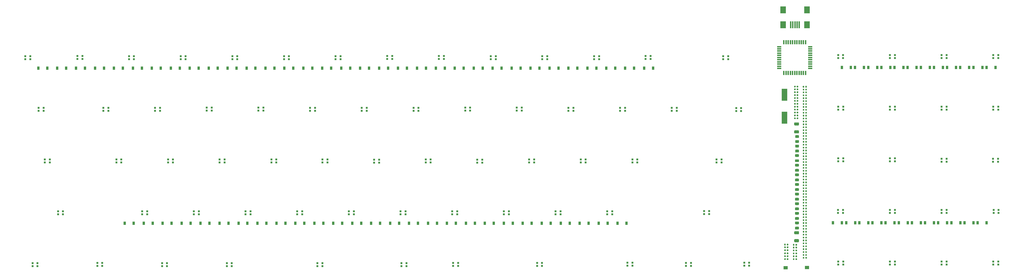
<source format=gbr>
%TF.GenerationSoftware,KiCad,Pcbnew,(5.1.9)-1*%
%TF.CreationDate,2021-06-12T15:25:04-07:00*%
%TF.ProjectId,chgray-keyboard,63686772-6179-42d6-9b65-79626f617264,Yeet2*%
%TF.SameCoordinates,Original*%
%TF.FileFunction,Paste,Top*%
%TF.FilePolarity,Positive*%
%FSLAX46Y46*%
G04 Gerber Fmt 4.6, Leading zero omitted, Abs format (unit mm)*
G04 Created by KiCad (PCBNEW (5.1.9)-1) date 2021-06-12 15:25:04*
%MOMM*%
%LPD*%
G01*
G04 APERTURE LIST*
%ADD10R,0.900000X1.200000*%
%ADD11R,1.550000X1.300000*%
%ADD12R,2.000000X4.500000*%
%ADD13R,0.500000X2.500000*%
%ADD14R,2.000000X2.500000*%
%ADD15R,0.700000X0.700000*%
%ADD16R,0.550000X1.500000*%
%ADD17R,1.500000X0.550000*%
G04 APERTURE END LIST*
D10*
%TO.C,D84*%
X343724000Y-46926500D03*
X340424000Y-46926500D03*
%TD*%
%TO.C,D83*%
X388927000Y-104204000D03*
X385627000Y-104204000D03*
%TD*%
%TO.C,D82*%
X384078000Y-104204000D03*
X380778000Y-104204000D03*
%TD*%
%TO.C,D81*%
X379230000Y-104204000D03*
X375930000Y-104204000D03*
%TD*%
%TO.C,D80*%
X374381000Y-104204000D03*
X371081000Y-104204000D03*
%TD*%
%TO.C,D79*%
X369532000Y-104204000D03*
X366232000Y-104204000D03*
%TD*%
%TO.C,D78*%
X364684000Y-104204000D03*
X361384000Y-104204000D03*
%TD*%
%TO.C,D77*%
X359835000Y-104204000D03*
X356535000Y-104204000D03*
%TD*%
%TO.C,D76*%
X354986000Y-104204000D03*
X351686000Y-104204000D03*
%TD*%
%TO.C,D75*%
X350138000Y-104204000D03*
X346838000Y-104204000D03*
%TD*%
%TO.C,D74*%
X345289000Y-104204000D03*
X341989000Y-104204000D03*
%TD*%
%TO.C,D73*%
X340440000Y-104204000D03*
X337140000Y-104204000D03*
%TD*%
%TO.C,D72*%
X348573000Y-46926500D03*
X345273000Y-46926500D03*
%TD*%
%TO.C,D71*%
X397060000Y-46926500D03*
X393760000Y-46926500D03*
%TD*%
%TO.C,D70*%
X184147000Y-104394000D03*
X180847000Y-104394000D03*
%TD*%
%TO.C,D69*%
X393776000Y-104204000D03*
X390476000Y-104204000D03*
%TD*%
%TO.C,D68*%
X353422000Y-46926500D03*
X350122000Y-46926500D03*
%TD*%
%TO.C,D67*%
X156197000Y-104394000D03*
X152897000Y-104394000D03*
%TD*%
%TO.C,D66*%
X387362000Y-46926500D03*
X384062000Y-46926500D03*
%TD*%
%TO.C,D65*%
X121259000Y-104394000D03*
X117959000Y-104394000D03*
%TD*%
%TO.C,D64*%
X367968000Y-46926500D03*
X364668000Y-46926500D03*
%TD*%
%TO.C,D63*%
X170172000Y-104394000D03*
X166872000Y-104394000D03*
%TD*%
%TO.C,D62*%
X382514000Y-46926500D03*
X379214000Y-46926500D03*
%TD*%
%TO.C,D61*%
X219085000Y-104394000D03*
X215785000Y-104394000D03*
%TD*%
%TO.C,D60*%
X377665000Y-46926500D03*
X374365000Y-46926500D03*
%TD*%
%TO.C,D59*%
X372816000Y-46926500D03*
X369516000Y-46926500D03*
%TD*%
%TO.C,D58*%
X114271000Y-104394000D03*
X110971000Y-104394000D03*
%TD*%
%TO.C,D57*%
X107283000Y-104394000D03*
X103983000Y-104394000D03*
%TD*%
%TO.C,D56*%
X163184000Y-104394000D03*
X159884000Y-104394000D03*
%TD*%
%TO.C,D55*%
X173086000Y-47180500D03*
X169786000Y-47180500D03*
%TD*%
%TO.C,D54*%
X194028000Y-47180500D03*
X190728000Y-47180500D03*
%TD*%
%TO.C,D53*%
X149209000Y-104394000D03*
X145909000Y-104394000D03*
%TD*%
%TO.C,D52*%
X93308300Y-104394000D03*
X90008300Y-104394000D03*
%TD*%
%TO.C,D51*%
X212098000Y-104394000D03*
X208798000Y-104394000D03*
%TD*%
%TO.C,D50*%
X100295900Y-104394000D03*
X96995900Y-104394000D03*
%TD*%
%TO.C,D49*%
X228932000Y-47180500D03*
X225632000Y-47180500D03*
%TD*%
%TO.C,D48*%
X198122000Y-104394000D03*
X194822000Y-104394000D03*
%TD*%
%TO.C,D47*%
X205110000Y-104394000D03*
X201810000Y-104394000D03*
%TD*%
%TO.C,D46*%
X256854000Y-47180500D03*
X253554000Y-47180500D03*
%TD*%
%TO.C,D45*%
X79333100Y-104394000D03*
X76033100Y-104394000D03*
%TD*%
%TO.C,D44*%
X86320700Y-104394000D03*
X83020700Y-104394000D03*
%TD*%
%TO.C,D43*%
X54414200Y-47180500D03*
X51114200Y-47180500D03*
%TD*%
%TO.C,D42*%
X117240000Y-47180500D03*
X113940000Y-47180500D03*
%TD*%
%TO.C,D41*%
X128246000Y-104394000D03*
X124946000Y-104394000D03*
%TD*%
%TO.C,D40*%
X242893000Y-47180500D03*
X239593000Y-47180500D03*
%TD*%
%TO.C,D39*%
X177160000Y-104394000D03*
X173860000Y-104394000D03*
%TD*%
%TO.C,D38*%
X135234000Y-104394000D03*
X131934000Y-104394000D03*
%TD*%
%TO.C,D37*%
X145163000Y-47180500D03*
X141863000Y-47180500D03*
%TD*%
%TO.C,D36*%
X233060000Y-104394000D03*
X229760000Y-104394000D03*
%TD*%
%TO.C,D35*%
X142222000Y-104394000D03*
X138922000Y-104394000D03*
%TD*%
%TO.C,D34*%
X235912000Y-47180500D03*
X232612000Y-47180500D03*
%TD*%
%TO.C,D33*%
X75356300Y-47180500D03*
X72056300Y-47180500D03*
%TD*%
%TO.C,D32*%
X82337000Y-47180500D03*
X79037000Y-47180500D03*
%TD*%
%TO.C,D31*%
X159125000Y-47180500D03*
X155825000Y-47180500D03*
%TD*%
%TO.C,D30*%
X261011000Y-104394000D03*
X257711000Y-104394000D03*
%TD*%
%TO.C,D29*%
X270816000Y-47180500D03*
X267516000Y-47180500D03*
%TD*%
%TO.C,D28*%
X89317700Y-47180500D03*
X86017700Y-47180500D03*
%TD*%
%TO.C,D27*%
X221951000Y-47180500D03*
X218651000Y-47180500D03*
%TD*%
%TO.C,D26*%
X191135000Y-104394000D03*
X187835000Y-104394000D03*
%TD*%
%TO.C,D25*%
X103279000Y-47180500D03*
X99979000Y-47180500D03*
%TD*%
%TO.C,D24*%
X207989000Y-47180500D03*
X204689000Y-47180500D03*
%TD*%
%TO.C,D23*%
X247036000Y-104394000D03*
X243736000Y-104394000D03*
%TD*%
%TO.C,D22*%
X249874000Y-47180500D03*
X246574000Y-47180500D03*
%TD*%
%TO.C,D21*%
X214970000Y-47180500D03*
X211670000Y-47180500D03*
%TD*%
%TO.C,D20*%
X201009000Y-47180500D03*
X197709000Y-47180500D03*
%TD*%
%TO.C,D19*%
X166105000Y-47180500D03*
X162805000Y-47180500D03*
%TD*%
%TO.C,D18*%
X254023000Y-104394000D03*
X250723000Y-104394000D03*
%TD*%
%TO.C,D17*%
X96298400Y-47180500D03*
X92998400Y-47180500D03*
%TD*%
%TO.C,D16*%
X363119000Y-46926500D03*
X359819000Y-46926500D03*
%TD*%
%TO.C,D15*%
X152144000Y-47180500D03*
X148844000Y-47180500D03*
%TD*%
%TO.C,D14*%
X61394900Y-47180500D03*
X58094900Y-47180500D03*
%TD*%
%TO.C,D13*%
X180067000Y-47180500D03*
X176767000Y-47180500D03*
%TD*%
%TO.C,D12*%
X358270000Y-46926500D03*
X354970000Y-46926500D03*
%TD*%
%TO.C,D11*%
X138183000Y-47180500D03*
X134883000Y-47180500D03*
%TD*%
%TO.C,D10*%
X68375600Y-47180500D03*
X65075600Y-47180500D03*
%TD*%
%TO.C,D9*%
X187047000Y-47180500D03*
X183747000Y-47180500D03*
%TD*%
%TO.C,D8*%
X131202000Y-47180500D03*
X127902000Y-47180500D03*
%TD*%
%TO.C,D7*%
X226073000Y-104394000D03*
X222773000Y-104394000D03*
%TD*%
%TO.C,D6*%
X263835000Y-47180500D03*
X260535000Y-47180500D03*
%TD*%
%TO.C,D5*%
X110260000Y-47180500D03*
X106960000Y-47180500D03*
%TD*%
%TO.C,D4*%
X240048000Y-104394000D03*
X236748000Y-104394000D03*
%TD*%
%TO.C,D3*%
X124221000Y-47180500D03*
X120921000Y-47180500D03*
%TD*%
%TO.C,D2*%
X392211000Y-46926500D03*
X388911000Y-46926500D03*
%TD*%
%TO.C,D1*%
X47433500Y-47180500D03*
X44133500Y-47180500D03*
%TD*%
D11*
%TO.C,SW_RESET1*%
X319694000Y-120771000D03*
X327584000Y-120741000D03*
%TD*%
D12*
%TO.C,Y1-16hz1*%
X319268000Y-65428400D03*
X319268000Y-56928400D03*
%TD*%
D13*
%TO.C,J2*%
X321513000Y-31114000D03*
X322313000Y-31114000D03*
X323113000Y-31114000D03*
X323913000Y-31114000D03*
X324713000Y-31114000D03*
D14*
X318713000Y-31114000D03*
X327513000Y-31114000D03*
X318713000Y-25614000D03*
X327513000Y-25614000D03*
%TD*%
D15*
%TO.C,D168*%
X340920000Y-61384000D03*
X340920000Y-62484000D03*
X339090000Y-62484000D03*
X339090000Y-61384000D03*
%TD*%
%TO.C,D167*%
X359944000Y-118534000D03*
X359944000Y-119634000D03*
X358114000Y-119634000D03*
X358114000Y-118534000D03*
%TD*%
%TO.C,D166*%
X198591000Y-99946000D03*
X198591000Y-101046000D03*
X196761000Y-101046000D03*
X196761000Y-99946000D03*
%TD*%
%TO.C,D165*%
X150737000Y-80857000D03*
X150737000Y-81957000D03*
X148907000Y-81957000D03*
X148907000Y-80857000D03*
%TD*%
%TO.C,D164*%
X359969000Y-61384000D03*
X359969000Y-62484000D03*
X358139000Y-62484000D03*
X358139000Y-61384000D03*
%TD*%
%TO.C,D163*%
X340894000Y-118534000D03*
X340894000Y-119634000D03*
X339064000Y-119634000D03*
X339064000Y-118534000D03*
%TD*%
%TO.C,D162*%
X217615000Y-99970000D03*
X217615000Y-101070000D03*
X215785000Y-101070000D03*
X215785000Y-99970000D03*
%TD*%
%TO.C,D161*%
X131915000Y-80857000D03*
X131915000Y-81957000D03*
X130085000Y-81957000D03*
X130085000Y-80857000D03*
%TD*%
%TO.C,D160*%
X379020000Y-61384000D03*
X379020000Y-62484000D03*
X377190000Y-62484000D03*
X377190000Y-61384000D03*
%TD*%
%TO.C,D159*%
X306249000Y-118915000D03*
X306249000Y-120015000D03*
X304419000Y-120015000D03*
X304419000Y-118915000D03*
%TD*%
%TO.C,D158*%
X236691000Y-99970000D03*
X236691000Y-101070000D03*
X234861000Y-101070000D03*
X234861000Y-99970000D03*
%TD*%
%TO.C,D157*%
X112841000Y-80832000D03*
X112841000Y-81932000D03*
X111011000Y-81932000D03*
X111011000Y-80832000D03*
%TD*%
%TO.C,D156*%
X398070000Y-61384000D03*
X398070000Y-62484000D03*
X396240000Y-62484000D03*
X396240000Y-61384000D03*
%TD*%
%TO.C,D155*%
X284760000Y-119042000D03*
X284760000Y-120142000D03*
X282930000Y-120142000D03*
X282930000Y-119042000D03*
%TD*%
%TO.C,D154*%
X255741000Y-99946000D03*
X255741000Y-101046000D03*
X253911000Y-101046000D03*
X253911000Y-99946000D03*
%TD*%
%TO.C,D153*%
X93815500Y-80857000D03*
X93815500Y-81957000D03*
X91985500Y-81957000D03*
X91985500Y-80857000D03*
%TD*%
%TO.C,D152*%
X398069000Y-42334000D03*
X398069000Y-43434000D03*
X396239000Y-43434000D03*
X396239000Y-42334000D03*
%TD*%
%TO.C,D151*%
X263170000Y-118915000D03*
X263170000Y-120015000D03*
X261340000Y-120015000D03*
X261340000Y-118915000D03*
%TD*%
%TO.C,D150*%
X291465000Y-99865000D03*
X291465000Y-100965000D03*
X289635000Y-100965000D03*
X289635000Y-99865000D03*
%TD*%
%TO.C,D149*%
X74765500Y-80857000D03*
X74765500Y-81957000D03*
X72935500Y-81957000D03*
X72935500Y-80857000D03*
%TD*%
%TO.C,D148*%
X379020000Y-42334000D03*
X379020000Y-43434000D03*
X377190000Y-43434000D03*
X377190000Y-42334000D03*
%TD*%
%TO.C,D147*%
X229870000Y-118999000D03*
X229870000Y-120099000D03*
X228040000Y-120099000D03*
X228040000Y-118999000D03*
%TD*%
%TO.C,D146*%
X340843000Y-99484000D03*
X340843000Y-100584000D03*
X339013000Y-100584000D03*
X339013000Y-99484000D03*
%TD*%
%TO.C,D145*%
X48413000Y-80857000D03*
X48413000Y-81957000D03*
X46583000Y-81957000D03*
X46583000Y-80857000D03*
%TD*%
%TO.C,D144*%
X359970000Y-42334000D03*
X359970000Y-43434000D03*
X358140000Y-43434000D03*
X358140000Y-42334000D03*
%TD*%
%TO.C,D143*%
X198908000Y-119045000D03*
X198908000Y-120145000D03*
X197078000Y-120145000D03*
X197078000Y-119045000D03*
%TD*%
%TO.C,D142*%
X359944000Y-99484000D03*
X359944000Y-100584000D03*
X358114000Y-100584000D03*
X358114000Y-99484000D03*
%TD*%
%TO.C,D141*%
X46127000Y-61807000D03*
X46127000Y-62907000D03*
X44297000Y-62907000D03*
X44297000Y-61807000D03*
%TD*%
%TO.C,D140*%
X340869000Y-42334000D03*
X340869000Y-43434000D03*
X339039000Y-43434000D03*
X339039000Y-42334000D03*
%TD*%
%TO.C,D139*%
X179883000Y-119084000D03*
X179883000Y-120184000D03*
X178053000Y-120184000D03*
X178053000Y-119084000D03*
%TD*%
%TO.C,D138*%
X379020000Y-99484000D03*
X379020000Y-100584000D03*
X377190000Y-100584000D03*
X377190000Y-99484000D03*
%TD*%
%TO.C,D137*%
X69977600Y-61807000D03*
X69977600Y-62907000D03*
X68147600Y-62907000D03*
X68147600Y-61807000D03*
%TD*%
%TO.C,D136*%
X269901000Y-42693500D03*
X269901000Y-43793500D03*
X268071000Y-43793500D03*
X268071000Y-42693500D03*
%TD*%
%TO.C,D135*%
X148895000Y-119126000D03*
X148895000Y-120226000D03*
X147065000Y-120226000D03*
X147065000Y-119126000D03*
%TD*%
%TO.C,D134*%
X398197000Y-99484000D03*
X398197000Y-100584000D03*
X396367000Y-100584000D03*
X396367000Y-99484000D03*
%TD*%
%TO.C,D133*%
X89053000Y-61782000D03*
X89053000Y-62882000D03*
X87223000Y-62882000D03*
X87223000Y-61782000D03*
%TD*%
%TO.C,D132*%
X250889000Y-42715000D03*
X250889000Y-43815000D03*
X249059000Y-43815000D03*
X249059000Y-42715000D03*
%TD*%
%TO.C,D131*%
X115495000Y-119126000D03*
X115495000Y-120226000D03*
X113665000Y-120226000D03*
X113665000Y-119126000D03*
%TD*%
%TO.C,D130*%
X397993000Y-80561000D03*
X397993000Y-81661000D03*
X396163000Y-81661000D03*
X396163000Y-80561000D03*
%TD*%
%TO.C,D129*%
X108103000Y-61731000D03*
X108103000Y-62831000D03*
X106273000Y-62831000D03*
X106273000Y-61731000D03*
%TD*%
%TO.C,D128*%
X231763000Y-42715000D03*
X231763000Y-43815000D03*
X229933000Y-43815000D03*
X229933000Y-42715000D03*
%TD*%
%TO.C,D127*%
X91619000Y-119126000D03*
X91619000Y-120226000D03*
X89789000Y-120226000D03*
X89789000Y-119126000D03*
%TD*%
%TO.C,D126*%
X379020000Y-80561000D03*
X379020000Y-81661000D03*
X377190000Y-81661000D03*
X377190000Y-80561000D03*
%TD*%
%TO.C,D125*%
X127128000Y-61742000D03*
X127128000Y-62842000D03*
X125298000Y-62842000D03*
X125298000Y-61742000D03*
%TD*%
%TO.C,D124*%
X212789000Y-42715000D03*
X212789000Y-43815000D03*
X210959000Y-43815000D03*
X210959000Y-42715000D03*
%TD*%
%TO.C,D123*%
X67743000Y-119042000D03*
X67743000Y-120142000D03*
X65913000Y-120142000D03*
X65913000Y-119042000D03*
%TD*%
%TO.C,D122*%
X359969000Y-80434000D03*
X359969000Y-81534000D03*
X358139000Y-81534000D03*
X358139000Y-80434000D03*
%TD*%
%TO.C,D121*%
X146203000Y-61768000D03*
X146203000Y-62868000D03*
X144373000Y-62868000D03*
X144373000Y-61768000D03*
%TD*%
%TO.C,D120*%
X193675000Y-42672000D03*
X193675000Y-43772000D03*
X191845000Y-43772000D03*
X191845000Y-42672000D03*
%TD*%
%TO.C,D119*%
X43867000Y-119121000D03*
X43867000Y-120221000D03*
X42037000Y-120221000D03*
X42037000Y-119121000D03*
%TD*%
%TO.C,D118*%
X340920000Y-80434000D03*
X340920000Y-81534000D03*
X339090000Y-81534000D03*
X339090000Y-80434000D03*
%TD*%
%TO.C,D117*%
X165253000Y-61756000D03*
X165253000Y-62856000D03*
X163423000Y-62856000D03*
X163423000Y-61756000D03*
%TD*%
%TO.C,D116*%
X174651000Y-42693500D03*
X174651000Y-43793500D03*
X172821000Y-43793500D03*
X172821000Y-42693500D03*
%TD*%
%TO.C,D115*%
X53265000Y-99949000D03*
X53265000Y-101049000D03*
X51435000Y-101049000D03*
X51435000Y-99949000D03*
%TD*%
%TO.C,D114*%
X296037000Y-80815000D03*
X296037000Y-81915000D03*
X294207000Y-81915000D03*
X294207000Y-80815000D03*
%TD*%
%TO.C,D113*%
X184328000Y-61768000D03*
X184328000Y-62868000D03*
X182498000Y-62868000D03*
X182498000Y-61768000D03*
%TD*%
%TO.C,D112*%
X155575000Y-42715000D03*
X155575000Y-43815000D03*
X153745000Y-43815000D03*
X153745000Y-42715000D03*
%TD*%
%TO.C,D111*%
X84290500Y-99946000D03*
X84290500Y-101046000D03*
X82460500Y-101046000D03*
X82460500Y-99946000D03*
%TD*%
%TO.C,D110*%
X265011000Y-80843000D03*
X265011000Y-81943000D03*
X263181000Y-81943000D03*
X263181000Y-80843000D03*
%TD*%
%TO.C,D109*%
X203378000Y-61717000D03*
X203378000Y-62817000D03*
X201548000Y-62817000D03*
X201548000Y-61717000D03*
%TD*%
%TO.C,D108*%
X136577000Y-42715000D03*
X136577000Y-43815000D03*
X134747000Y-43815000D03*
X134747000Y-42715000D03*
%TD*%
%TO.C,D107*%
X103341000Y-99946000D03*
X103341000Y-101046000D03*
X101511000Y-101046000D03*
X101511000Y-99946000D03*
%TD*%
%TO.C,D106*%
X245961000Y-80857000D03*
X245961000Y-81957000D03*
X244131000Y-81957000D03*
X244131000Y-80857000D03*
%TD*%
%TO.C,D105*%
X222403000Y-61742000D03*
X222403000Y-62842000D03*
X220573000Y-62842000D03*
X220573000Y-61742000D03*
%TD*%
%TO.C,D104*%
X117527000Y-42715000D03*
X117527000Y-43815000D03*
X115697000Y-43815000D03*
X115697000Y-42715000D03*
%TD*%
%TO.C,D103*%
X122391000Y-99970000D03*
X122391000Y-101070000D03*
X120561000Y-101070000D03*
X120561000Y-99970000D03*
%TD*%
%TO.C,D102*%
X226937000Y-80832000D03*
X226937000Y-81932000D03*
X225107000Y-81932000D03*
X225107000Y-80832000D03*
%TD*%
%TO.C,D101*%
X241453000Y-61793000D03*
X241453000Y-62893000D03*
X239623000Y-62893000D03*
X239623000Y-61793000D03*
%TD*%
%TO.C,D100*%
X98477000Y-42715000D03*
X98477000Y-43815000D03*
X96647000Y-43815000D03*
X96647000Y-42715000D03*
%TD*%
%TO.C,D99*%
X298476000Y-42757000D03*
X298476000Y-43857000D03*
X296646000Y-43857000D03*
X296646000Y-42757000D03*
%TD*%
%TO.C,D98*%
X141441000Y-99970000D03*
X141441000Y-101070000D03*
X139611000Y-101070000D03*
X139611000Y-99970000D03*
%TD*%
%TO.C,D97*%
X207837000Y-80882000D03*
X207837000Y-81982000D03*
X206007000Y-81982000D03*
X206007000Y-80882000D03*
%TD*%
%TO.C,D96*%
X260503000Y-61768000D03*
X260503000Y-62868000D03*
X258673000Y-62868000D03*
X258673000Y-61768000D03*
%TD*%
%TO.C,D95*%
X79427000Y-42715000D03*
X79427000Y-43815000D03*
X77597000Y-43815000D03*
X77597000Y-42715000D03*
%TD*%
%TO.C,D94*%
X398070000Y-118534000D03*
X398070000Y-119634000D03*
X396240000Y-119634000D03*
X396240000Y-118534000D03*
%TD*%
%TO.C,D93*%
X160465000Y-99970000D03*
X160465000Y-101070000D03*
X158635000Y-101070000D03*
X158635000Y-99970000D03*
%TD*%
%TO.C,D92*%
X188811000Y-80868000D03*
X188811000Y-81968000D03*
X186981000Y-81968000D03*
X186981000Y-80868000D03*
%TD*%
%TO.C,D91*%
X279553000Y-61793000D03*
X279553000Y-62893000D03*
X277723000Y-62893000D03*
X277723000Y-61793000D03*
%TD*%
%TO.C,D90*%
X60414500Y-42693500D03*
X60414500Y-43793500D03*
X58584500Y-43793500D03*
X58584500Y-42693500D03*
%TD*%
%TO.C,D89*%
X379020000Y-118534000D03*
X379020000Y-119634000D03*
X377190000Y-119634000D03*
X377190000Y-118534000D03*
%TD*%
%TO.C,D88*%
X179541000Y-99970000D03*
X179541000Y-101070000D03*
X177711000Y-101070000D03*
X177711000Y-99970000D03*
%TD*%
%TO.C,D87*%
X169787000Y-80882000D03*
X169787000Y-81982000D03*
X167957000Y-81982000D03*
X167957000Y-80882000D03*
%TD*%
%TO.C,D86*%
X303276000Y-61849000D03*
X303276000Y-62949000D03*
X301446000Y-62949000D03*
X301446000Y-61849000D03*
%TD*%
%TO.C,D85*%
X41200000Y-42715000D03*
X41200000Y-43815000D03*
X39370000Y-43815000D03*
X39370000Y-42715000D03*
%TD*%
%TO.C,C90*%
G36*
G01*
X324336000Y-97659900D02*
X323386000Y-97659900D01*
G75*
G02*
X323136000Y-97409900I0J250000D01*
G01*
X323136000Y-96909900D01*
G75*
G02*
X323386000Y-96659900I250000J0D01*
G01*
X324336000Y-96659900D01*
G75*
G02*
X324586000Y-96909900I0J-250000D01*
G01*
X324586000Y-97409900D01*
G75*
G02*
X324336000Y-97659900I-250000J0D01*
G01*
G37*
G36*
G01*
X324336000Y-99559900D02*
X323386000Y-99559900D01*
G75*
G02*
X323136000Y-99309900I0J250000D01*
G01*
X323136000Y-98809900D01*
G75*
G02*
X323386000Y-98559900I250000J0D01*
G01*
X324336000Y-98559900D01*
G75*
G02*
X324586000Y-98809900I0J-250000D01*
G01*
X324586000Y-99309900D01*
G75*
G02*
X324336000Y-99559900I-250000J0D01*
G01*
G37*
%TD*%
%TO.C,R3*%
G36*
G01*
X323440999Y-77214700D02*
X324341001Y-77214700D01*
G75*
G02*
X324591000Y-77464699I0J-249999D01*
G01*
X324591000Y-77989701D01*
G75*
G02*
X324341001Y-78239700I-249999J0D01*
G01*
X323440999Y-78239700D01*
G75*
G02*
X323191000Y-77989701I0J249999D01*
G01*
X323191000Y-77464699D01*
G75*
G02*
X323440999Y-77214700I249999J0D01*
G01*
G37*
G36*
G01*
X323440999Y-75389700D02*
X324341001Y-75389700D01*
G75*
G02*
X324591000Y-75639699I0J-249999D01*
G01*
X324591000Y-76164701D01*
G75*
G02*
X324341001Y-76414700I-249999J0D01*
G01*
X323440999Y-76414700D01*
G75*
G02*
X323191000Y-76164701I0J249999D01*
G01*
X323191000Y-75639699D01*
G75*
G02*
X323440999Y-75389700I249999J0D01*
G01*
G37*
%TD*%
%TO.C,R2*%
G36*
G01*
X323440999Y-73702100D02*
X324341001Y-73702100D01*
G75*
G02*
X324591000Y-73952099I0J-249999D01*
G01*
X324591000Y-74477101D01*
G75*
G02*
X324341001Y-74727100I-249999J0D01*
G01*
X323440999Y-74727100D01*
G75*
G02*
X323191000Y-74477101I0J249999D01*
G01*
X323191000Y-73952099D01*
G75*
G02*
X323440999Y-73702100I249999J0D01*
G01*
G37*
G36*
G01*
X323440999Y-71877100D02*
X324341001Y-71877100D01*
G75*
G02*
X324591000Y-72127099I0J-249999D01*
G01*
X324591000Y-72652101D01*
G75*
G02*
X324341001Y-72902100I-249999J0D01*
G01*
X323440999Y-72902100D01*
G75*
G02*
X323191000Y-72652101I0J249999D01*
G01*
X323191000Y-72127099D01*
G75*
G02*
X323440999Y-71877100I249999J0D01*
G01*
G37*
%TD*%
%TO.C,C92*%
G36*
G01*
X323386000Y-84349800D02*
X324336000Y-84349800D01*
G75*
G02*
X324586000Y-84599800I0J-250000D01*
G01*
X324586000Y-85099800D01*
G75*
G02*
X324336000Y-85349800I-250000J0D01*
G01*
X323386000Y-85349800D01*
G75*
G02*
X323136000Y-85099800I0J250000D01*
G01*
X323136000Y-84599800D01*
G75*
G02*
X323386000Y-84349800I250000J0D01*
G01*
G37*
G36*
G01*
X323386000Y-82449800D02*
X324336000Y-82449800D01*
G75*
G02*
X324586000Y-82699800I0J-250000D01*
G01*
X324586000Y-83199800D01*
G75*
G02*
X324336000Y-83449800I-250000J0D01*
G01*
X323386000Y-83449800D01*
G75*
G02*
X323136000Y-83199800I0J250000D01*
G01*
X323136000Y-82699800D01*
G75*
G02*
X323386000Y-82449800I250000J0D01*
G01*
G37*
%TD*%
%TO.C,C91*%
G36*
G01*
X323386000Y-95007400D02*
X324336000Y-95007400D01*
G75*
G02*
X324586000Y-95257400I0J-250000D01*
G01*
X324586000Y-95757400D01*
G75*
G02*
X324336000Y-96007400I-250000J0D01*
G01*
X323386000Y-96007400D01*
G75*
G02*
X323136000Y-95757400I0J250000D01*
G01*
X323136000Y-95257400D01*
G75*
G02*
X323386000Y-95007400I250000J0D01*
G01*
G37*
G36*
G01*
X323386000Y-93107400D02*
X324336000Y-93107400D01*
G75*
G02*
X324586000Y-93357400I0J-250000D01*
G01*
X324586000Y-93857400D01*
G75*
G02*
X324336000Y-94107400I-250000J0D01*
G01*
X323386000Y-94107400D01*
G75*
G02*
X323136000Y-93857400I0J250000D01*
G01*
X323136000Y-93357400D01*
G75*
G02*
X323386000Y-93107400I250000J0D01*
G01*
G37*
%TD*%
%TO.C,C89*%
G36*
G01*
X323386000Y-87902300D02*
X324336000Y-87902300D01*
G75*
G02*
X324586000Y-88152300I0J-250000D01*
G01*
X324586000Y-88652300D01*
G75*
G02*
X324336000Y-88902300I-250000J0D01*
G01*
X323386000Y-88902300D01*
G75*
G02*
X323136000Y-88652300I0J250000D01*
G01*
X323136000Y-88152300D01*
G75*
G02*
X323386000Y-87902300I250000J0D01*
G01*
G37*
G36*
G01*
X323386000Y-86002300D02*
X324336000Y-86002300D01*
G75*
G02*
X324586000Y-86252300I0J-250000D01*
G01*
X324586000Y-86752300D01*
G75*
G02*
X324336000Y-87002300I-250000J0D01*
G01*
X323386000Y-87002300D01*
G75*
G02*
X323136000Y-86752300I0J250000D01*
G01*
X323136000Y-86252300D01*
G75*
G02*
X323386000Y-86002300I250000J0D01*
G01*
G37*
%TD*%
%TO.C,C88*%
G36*
G01*
X323386000Y-91454900D02*
X324336000Y-91454900D01*
G75*
G02*
X324586000Y-91704900I0J-250000D01*
G01*
X324586000Y-92204900D01*
G75*
G02*
X324336000Y-92454900I-250000J0D01*
G01*
X323386000Y-92454900D01*
G75*
G02*
X323136000Y-92204900I0J250000D01*
G01*
X323136000Y-91704900D01*
G75*
G02*
X323386000Y-91454900I250000J0D01*
G01*
G37*
G36*
G01*
X323386000Y-89554900D02*
X324336000Y-89554900D01*
G75*
G02*
X324586000Y-89804900I0J-250000D01*
G01*
X324586000Y-90304900D01*
G75*
G02*
X324336000Y-90554900I-250000J0D01*
G01*
X323386000Y-90554900D01*
G75*
G02*
X323136000Y-90304900I0J250000D01*
G01*
X323136000Y-89804900D01*
G75*
G02*
X323386000Y-89554900I250000J0D01*
G01*
G37*
%TD*%
%TO.C,C87*%
G36*
G01*
X323386000Y-80797200D02*
X324336000Y-80797200D01*
G75*
G02*
X324586000Y-81047200I0J-250000D01*
G01*
X324586000Y-81547200D01*
G75*
G02*
X324336000Y-81797200I-250000J0D01*
G01*
X323386000Y-81797200D01*
G75*
G02*
X323136000Y-81547200I0J250000D01*
G01*
X323136000Y-81047200D01*
G75*
G02*
X323386000Y-80797200I250000J0D01*
G01*
G37*
G36*
G01*
X323386000Y-78897200D02*
X324336000Y-78897200D01*
G75*
G02*
X324586000Y-79147200I0J-250000D01*
G01*
X324586000Y-79647200D01*
G75*
G02*
X324336000Y-79897200I-250000J0D01*
G01*
X323386000Y-79897200D01*
G75*
G02*
X323136000Y-79647200I0J250000D01*
G01*
X323136000Y-79147200D01*
G75*
G02*
X323386000Y-78897200I250000J0D01*
G01*
G37*
%TD*%
%TO.C,C86*%
G36*
G01*
X323386000Y-105665000D02*
X324336000Y-105665000D01*
G75*
G02*
X324586000Y-105915000I0J-250000D01*
G01*
X324586000Y-106415000D01*
G75*
G02*
X324336000Y-106665000I-250000J0D01*
G01*
X323386000Y-106665000D01*
G75*
G02*
X323136000Y-106415000I0J250000D01*
G01*
X323136000Y-105915000D01*
G75*
G02*
X323386000Y-105665000I250000J0D01*
G01*
G37*
G36*
G01*
X323386000Y-103765000D02*
X324336000Y-103765000D01*
G75*
G02*
X324586000Y-104015000I0J-250000D01*
G01*
X324586000Y-104515000D01*
G75*
G02*
X324336000Y-104765000I-250000J0D01*
G01*
X323386000Y-104765000D01*
G75*
G02*
X323136000Y-104515000I0J250000D01*
G01*
X323136000Y-104015000D01*
G75*
G02*
X323386000Y-103765000I250000J0D01*
G01*
G37*
%TD*%
%TO.C,C85*%
G36*
G01*
X323386000Y-102113000D02*
X324336000Y-102113000D01*
G75*
G02*
X324586000Y-102363000I0J-250000D01*
G01*
X324586000Y-102863000D01*
G75*
G02*
X324336000Y-103113000I-250000J0D01*
G01*
X323386000Y-103113000D01*
G75*
G02*
X323136000Y-102863000I0J250000D01*
G01*
X323136000Y-102363000D01*
G75*
G02*
X323386000Y-102113000I250000J0D01*
G01*
G37*
G36*
G01*
X323386000Y-100213000D02*
X324336000Y-100213000D01*
G75*
G02*
X324586000Y-100463000I0J-250000D01*
G01*
X324586000Y-100963000D01*
G75*
G02*
X324336000Y-101213000I-250000J0D01*
G01*
X323386000Y-101213000D01*
G75*
G02*
X323136000Y-100963000I0J250000D01*
G01*
X323136000Y-100463000D01*
G75*
G02*
X323386000Y-100213000I250000J0D01*
G01*
G37*
%TD*%
%TO.C,R4*%
G36*
G01*
X324346001Y-68289600D02*
X323095999Y-68289600D01*
G75*
G02*
X322846000Y-68039601I0J249999D01*
G01*
X322846000Y-67414599D01*
G75*
G02*
X323095999Y-67164600I249999J0D01*
G01*
X324346001Y-67164600D01*
G75*
G02*
X324596000Y-67414599I0J-249999D01*
G01*
X324596000Y-68039601D01*
G75*
G02*
X324346001Y-68289600I-249999J0D01*
G01*
G37*
G36*
G01*
X324346001Y-71214600D02*
X323095999Y-71214600D01*
G75*
G02*
X322846000Y-70964601I0J249999D01*
G01*
X322846000Y-70339599D01*
G75*
G02*
X323095999Y-70089600I249999J0D01*
G01*
X324346001Y-70089600D01*
G75*
G02*
X324596000Y-70339599I0J-249999D01*
G01*
X324596000Y-70964601D01*
G75*
G02*
X324346001Y-71214600I-249999J0D01*
G01*
G37*
%TD*%
%TO.C,R1*%
G36*
G01*
X324346001Y-108448000D02*
X323095999Y-108448000D01*
G75*
G02*
X322846000Y-108198001I0J249999D01*
G01*
X322846000Y-107572999D01*
G75*
G02*
X323095999Y-107323000I249999J0D01*
G01*
X324346001Y-107323000D01*
G75*
G02*
X324596000Y-107572999I0J-249999D01*
G01*
X324596000Y-108198001D01*
G75*
G02*
X324346001Y-108448000I-249999J0D01*
G01*
G37*
G36*
G01*
X324346001Y-111373000D02*
X323095999Y-111373000D01*
G75*
G02*
X322846000Y-111123001I0J249999D01*
G01*
X322846000Y-110497999D01*
G75*
G02*
X323095999Y-110248000I249999J0D01*
G01*
X324346001Y-110248000D01*
G75*
G02*
X324596000Y-110497999I0J-249999D01*
G01*
X324596000Y-111123001D01*
G75*
G02*
X324346001Y-111373000I-249999J0D01*
G01*
G37*
%TD*%
D16*
%TO.C,U1*%
X319035000Y-37531000D03*
X319835000Y-37531000D03*
X320635000Y-37531000D03*
X321435000Y-37531000D03*
X322235000Y-37531000D03*
X323035000Y-37531000D03*
X323835000Y-37531000D03*
X324635000Y-37531000D03*
X325435000Y-37531000D03*
X326235000Y-37531000D03*
X327035000Y-37531000D03*
D17*
X328735000Y-39231000D03*
X328735000Y-40031000D03*
X328735000Y-40831000D03*
X328735000Y-41631000D03*
X328735000Y-42431000D03*
X328735000Y-43231000D03*
X328735000Y-44031000D03*
X328735000Y-44831000D03*
X328735000Y-45631000D03*
X328735000Y-46431000D03*
X328735000Y-47231000D03*
D16*
X327035000Y-48931000D03*
X326235000Y-48931000D03*
X325435000Y-48931000D03*
X324635000Y-48931000D03*
X323835000Y-48931000D03*
X323035000Y-48931000D03*
X322235000Y-48931000D03*
X321435000Y-48931000D03*
X320635000Y-48931000D03*
X319835000Y-48931000D03*
X319035000Y-48931000D03*
D17*
X317335000Y-47231000D03*
X317335000Y-46431000D03*
X317335000Y-45631000D03*
X317335000Y-44831000D03*
X317335000Y-44031000D03*
X317335000Y-43231000D03*
X317335000Y-42431000D03*
X317335000Y-41631000D03*
X317335000Y-40831000D03*
X317335000Y-40031000D03*
X317335000Y-39231000D03*
%TD*%
%TO.C,C3*%
G36*
G01*
X323308000Y-114580000D02*
X323308000Y-114240000D01*
G75*
G02*
X323448000Y-114100000I140000J0D01*
G01*
X323728000Y-114100000D01*
G75*
G02*
X323868000Y-114240000I0J-140000D01*
G01*
X323868000Y-114580000D01*
G75*
G02*
X323728000Y-114720000I-140000J0D01*
G01*
X323448000Y-114720000D01*
G75*
G02*
X323308000Y-114580000I0J140000D01*
G01*
G37*
G36*
G01*
X322348000Y-114580000D02*
X322348000Y-114240000D01*
G75*
G02*
X322488000Y-114100000I140000J0D01*
G01*
X322768000Y-114100000D01*
G75*
G02*
X322908000Y-114240000I0J-140000D01*
G01*
X322908000Y-114580000D01*
G75*
G02*
X322768000Y-114720000I-140000J0D01*
G01*
X322488000Y-114720000D01*
G75*
G02*
X322348000Y-114580000I0J140000D01*
G01*
G37*
%TD*%
%TO.C,C5*%
G36*
G01*
X326945000Y-56270300D02*
X326945000Y-55930300D01*
G75*
G02*
X327085000Y-55790300I140000J0D01*
G01*
X327365000Y-55790300D01*
G75*
G02*
X327505000Y-55930300I0J-140000D01*
G01*
X327505000Y-56270300D01*
G75*
G02*
X327365000Y-56410300I-140000J0D01*
G01*
X327085000Y-56410300D01*
G75*
G02*
X326945000Y-56270300I0J140000D01*
G01*
G37*
G36*
G01*
X325985000Y-56270300D02*
X325985000Y-55930300D01*
G75*
G02*
X326125000Y-55790300I140000J0D01*
G01*
X326405000Y-55790300D01*
G75*
G02*
X326545000Y-55930300I0J-140000D01*
G01*
X326545000Y-56270300D01*
G75*
G02*
X326405000Y-56410300I-140000J0D01*
G01*
X326125000Y-56410300D01*
G75*
G02*
X325985000Y-56270300I0J140000D01*
G01*
G37*
%TD*%
%TO.C,C6*%
G36*
G01*
X326945000Y-71265500D02*
X326945000Y-70925500D01*
G75*
G02*
X327085000Y-70785500I140000J0D01*
G01*
X327365000Y-70785500D01*
G75*
G02*
X327505000Y-70925500I0J-140000D01*
G01*
X327505000Y-71265500D01*
G75*
G02*
X327365000Y-71405500I-140000J0D01*
G01*
X327085000Y-71405500D01*
G75*
G02*
X326945000Y-71265500I0J140000D01*
G01*
G37*
G36*
G01*
X325985000Y-71265500D02*
X325985000Y-70925500D01*
G75*
G02*
X326125000Y-70785500I140000J0D01*
G01*
X326405000Y-70785500D01*
G75*
G02*
X326545000Y-70925500I0J-140000D01*
G01*
X326545000Y-71265500D01*
G75*
G02*
X326405000Y-71405500I-140000J0D01*
G01*
X326125000Y-71405500D01*
G75*
G02*
X325985000Y-71265500I0J140000D01*
G01*
G37*
%TD*%
%TO.C,C8*%
G36*
G01*
X326945000Y-58412500D02*
X326945000Y-58072500D01*
G75*
G02*
X327085000Y-57932500I140000J0D01*
G01*
X327365000Y-57932500D01*
G75*
G02*
X327505000Y-58072500I0J-140000D01*
G01*
X327505000Y-58412500D01*
G75*
G02*
X327365000Y-58552500I-140000J0D01*
G01*
X327085000Y-58552500D01*
G75*
G02*
X326945000Y-58412500I0J140000D01*
G01*
G37*
G36*
G01*
X325985000Y-58412500D02*
X325985000Y-58072500D01*
G75*
G02*
X326125000Y-57932500I140000J0D01*
G01*
X326405000Y-57932500D01*
G75*
G02*
X326545000Y-58072500I0J-140000D01*
G01*
X326545000Y-58412500D01*
G75*
G02*
X326405000Y-58552500I-140000J0D01*
G01*
X326125000Y-58552500D01*
G75*
G02*
X325985000Y-58412500I0J140000D01*
G01*
G37*
%TD*%
%TO.C,C9*%
G36*
G01*
X326945000Y-77692000D02*
X326945000Y-77352000D01*
G75*
G02*
X327085000Y-77212000I140000J0D01*
G01*
X327365000Y-77212000D01*
G75*
G02*
X327505000Y-77352000I0J-140000D01*
G01*
X327505000Y-77692000D01*
G75*
G02*
X327365000Y-77832000I-140000J0D01*
G01*
X327085000Y-77832000D01*
G75*
G02*
X326945000Y-77692000I0J140000D01*
G01*
G37*
G36*
G01*
X325985000Y-77692000D02*
X325985000Y-77352000D01*
G75*
G02*
X326125000Y-77212000I140000J0D01*
G01*
X326405000Y-77212000D01*
G75*
G02*
X326545000Y-77352000I0J-140000D01*
G01*
X326545000Y-77692000D01*
G75*
G02*
X326405000Y-77832000I-140000J0D01*
G01*
X326125000Y-77832000D01*
G75*
G02*
X325985000Y-77692000I0J140000D01*
G01*
G37*
%TD*%
%TO.C,C11*%
G36*
G01*
X326945000Y-80905300D02*
X326945000Y-80565300D01*
G75*
G02*
X327085000Y-80425300I140000J0D01*
G01*
X327365000Y-80425300D01*
G75*
G02*
X327505000Y-80565300I0J-140000D01*
G01*
X327505000Y-80905300D01*
G75*
G02*
X327365000Y-81045300I-140000J0D01*
G01*
X327085000Y-81045300D01*
G75*
G02*
X326945000Y-80905300I0J140000D01*
G01*
G37*
G36*
G01*
X325985000Y-80905300D02*
X325985000Y-80565300D01*
G75*
G02*
X326125000Y-80425300I140000J0D01*
G01*
X326405000Y-80425300D01*
G75*
G02*
X326545000Y-80565300I0J-140000D01*
G01*
X326545000Y-80905300D01*
G75*
G02*
X326405000Y-81045300I-140000J0D01*
G01*
X326125000Y-81045300D01*
G75*
G02*
X325985000Y-80905300I0J140000D01*
G01*
G37*
%TD*%
%TO.C,C13*%
G36*
G01*
X326945000Y-84118500D02*
X326945000Y-83778500D01*
G75*
G02*
X327085000Y-83638500I140000J0D01*
G01*
X327365000Y-83638500D01*
G75*
G02*
X327505000Y-83778500I0J-140000D01*
G01*
X327505000Y-84118500D01*
G75*
G02*
X327365000Y-84258500I-140000J0D01*
G01*
X327085000Y-84258500D01*
G75*
G02*
X326945000Y-84118500I0J140000D01*
G01*
G37*
G36*
G01*
X325985000Y-84118500D02*
X325985000Y-83778500D01*
G75*
G02*
X326125000Y-83638500I140000J0D01*
G01*
X326405000Y-83638500D01*
G75*
G02*
X326545000Y-83778500I0J-140000D01*
G01*
X326545000Y-84118500D01*
G75*
G02*
X326405000Y-84258500I-140000J0D01*
G01*
X326125000Y-84258500D01*
G75*
G02*
X325985000Y-84118500I0J140000D01*
G01*
G37*
%TD*%
%TO.C,C16*%
G36*
G01*
X326945000Y-93758300D02*
X326945000Y-93418300D01*
G75*
G02*
X327085000Y-93278300I140000J0D01*
G01*
X327365000Y-93278300D01*
G75*
G02*
X327505000Y-93418300I0J-140000D01*
G01*
X327505000Y-93758300D01*
G75*
G02*
X327365000Y-93898300I-140000J0D01*
G01*
X327085000Y-93898300D01*
G75*
G02*
X326945000Y-93758300I0J140000D01*
G01*
G37*
G36*
G01*
X325985000Y-93758300D02*
X325985000Y-93418300D01*
G75*
G02*
X326125000Y-93278300I140000J0D01*
G01*
X326405000Y-93278300D01*
G75*
G02*
X326545000Y-93418300I0J-140000D01*
G01*
X326545000Y-93758300D01*
G75*
G02*
X326405000Y-93898300I-140000J0D01*
G01*
X326125000Y-93898300D01*
G75*
G02*
X325985000Y-93758300I0J140000D01*
G01*
G37*
%TD*%
%TO.C,C17*%
G36*
G01*
X326945000Y-62696800D02*
X326945000Y-62356800D01*
G75*
G02*
X327085000Y-62216800I140000J0D01*
G01*
X327365000Y-62216800D01*
G75*
G02*
X327505000Y-62356800I0J-140000D01*
G01*
X327505000Y-62696800D01*
G75*
G02*
X327365000Y-62836800I-140000J0D01*
G01*
X327085000Y-62836800D01*
G75*
G02*
X326945000Y-62696800I0J140000D01*
G01*
G37*
G36*
G01*
X325985000Y-62696800D02*
X325985000Y-62356800D01*
G75*
G02*
X326125000Y-62216800I140000J0D01*
G01*
X326405000Y-62216800D01*
G75*
G02*
X326545000Y-62356800I0J-140000D01*
G01*
X326545000Y-62696800D01*
G75*
G02*
X326405000Y-62836800I-140000J0D01*
G01*
X326125000Y-62836800D01*
G75*
G02*
X325985000Y-62696800I0J140000D01*
G01*
G37*
%TD*%
%TO.C,C18*%
G36*
G01*
X326945000Y-90545000D02*
X326945000Y-90205000D01*
G75*
G02*
X327085000Y-90065000I140000J0D01*
G01*
X327365000Y-90065000D01*
G75*
G02*
X327505000Y-90205000I0J-140000D01*
G01*
X327505000Y-90545000D01*
G75*
G02*
X327365000Y-90685000I-140000J0D01*
G01*
X327085000Y-90685000D01*
G75*
G02*
X326945000Y-90545000I0J140000D01*
G01*
G37*
G36*
G01*
X325985000Y-90545000D02*
X325985000Y-90205000D01*
G75*
G02*
X326125000Y-90065000I140000J0D01*
G01*
X326405000Y-90065000D01*
G75*
G02*
X326545000Y-90205000I0J-140000D01*
G01*
X326545000Y-90545000D01*
G75*
G02*
X326405000Y-90685000I-140000J0D01*
G01*
X326125000Y-90685000D01*
G75*
G02*
X325985000Y-90545000I0J140000D01*
G01*
G37*
%TD*%
%TO.C,C21*%
G36*
G01*
X326945000Y-100185000D02*
X326945000Y-99845000D01*
G75*
G02*
X327085000Y-99705000I140000J0D01*
G01*
X327365000Y-99705000D01*
G75*
G02*
X327505000Y-99845000I0J-140000D01*
G01*
X327505000Y-100185000D01*
G75*
G02*
X327365000Y-100325000I-140000J0D01*
G01*
X327085000Y-100325000D01*
G75*
G02*
X326945000Y-100185000I0J140000D01*
G01*
G37*
G36*
G01*
X325985000Y-100185000D02*
X325985000Y-99845000D01*
G75*
G02*
X326125000Y-99705000I140000J0D01*
G01*
X326405000Y-99705000D01*
G75*
G02*
X326545000Y-99845000I0J-140000D01*
G01*
X326545000Y-100185000D01*
G75*
G02*
X326405000Y-100325000I-140000J0D01*
G01*
X326125000Y-100325000D01*
G75*
G02*
X325985000Y-100185000I0J140000D01*
G01*
G37*
%TD*%
%TO.C,C23*%
G36*
G01*
X320133000Y-113428000D02*
X320133000Y-113088000D01*
G75*
G02*
X320273000Y-112948000I140000J0D01*
G01*
X320553000Y-112948000D01*
G75*
G02*
X320693000Y-113088000I0J-140000D01*
G01*
X320693000Y-113428000D01*
G75*
G02*
X320553000Y-113568000I-140000J0D01*
G01*
X320273000Y-113568000D01*
G75*
G02*
X320133000Y-113428000I0J140000D01*
G01*
G37*
G36*
G01*
X319173000Y-113428000D02*
X319173000Y-113088000D01*
G75*
G02*
X319313000Y-112948000I140000J0D01*
G01*
X319593000Y-112948000D01*
G75*
G02*
X319733000Y-113088000I0J-140000D01*
G01*
X319733000Y-113428000D01*
G75*
G02*
X319593000Y-113568000I-140000J0D01*
G01*
X319313000Y-113568000D01*
G75*
G02*
X319173000Y-113428000I0J140000D01*
G01*
G37*
%TD*%
%TO.C,C25*%
G36*
G01*
X326945000Y-96971500D02*
X326945000Y-96631500D01*
G75*
G02*
X327085000Y-96491500I140000J0D01*
G01*
X327365000Y-96491500D01*
G75*
G02*
X327505000Y-96631500I0J-140000D01*
G01*
X327505000Y-96971500D01*
G75*
G02*
X327365000Y-97111500I-140000J0D01*
G01*
X327085000Y-97111500D01*
G75*
G02*
X326945000Y-96971500I0J140000D01*
G01*
G37*
G36*
G01*
X325985000Y-96971500D02*
X325985000Y-96631500D01*
G75*
G02*
X326125000Y-96491500I140000J0D01*
G01*
X326405000Y-96491500D01*
G75*
G02*
X326545000Y-96631500I0J-140000D01*
G01*
X326545000Y-96971500D01*
G75*
G02*
X326405000Y-97111500I-140000J0D01*
G01*
X326125000Y-97111500D01*
G75*
G02*
X325985000Y-96971500I0J140000D01*
G01*
G37*
%TD*%
%TO.C,C27*%
G36*
G01*
X326945000Y-113038000D02*
X326945000Y-112698000D01*
G75*
G02*
X327085000Y-112558000I140000J0D01*
G01*
X327365000Y-112558000D01*
G75*
G02*
X327505000Y-112698000I0J-140000D01*
G01*
X327505000Y-113038000D01*
G75*
G02*
X327365000Y-113178000I-140000J0D01*
G01*
X327085000Y-113178000D01*
G75*
G02*
X326945000Y-113038000I0J140000D01*
G01*
G37*
G36*
G01*
X325985000Y-113038000D02*
X325985000Y-112698000D01*
G75*
G02*
X326125000Y-112558000I140000J0D01*
G01*
X326405000Y-112558000D01*
G75*
G02*
X326545000Y-112698000I0J-140000D01*
G01*
X326545000Y-113038000D01*
G75*
G02*
X326405000Y-113178000I-140000J0D01*
G01*
X326125000Y-113178000D01*
G75*
G02*
X325985000Y-113038000I0J140000D01*
G01*
G37*
%TD*%
%TO.C,C28*%
G36*
G01*
X326945000Y-74478800D02*
X326945000Y-74138800D01*
G75*
G02*
X327085000Y-73998800I140000J0D01*
G01*
X327365000Y-73998800D01*
G75*
G02*
X327505000Y-74138800I0J-140000D01*
G01*
X327505000Y-74478800D01*
G75*
G02*
X327365000Y-74618800I-140000J0D01*
G01*
X327085000Y-74618800D01*
G75*
G02*
X326945000Y-74478800I0J140000D01*
G01*
G37*
G36*
G01*
X325985000Y-74478800D02*
X325985000Y-74138800D01*
G75*
G02*
X326125000Y-73998800I140000J0D01*
G01*
X326405000Y-73998800D01*
G75*
G02*
X326545000Y-74138800I0J-140000D01*
G01*
X326545000Y-74478800D01*
G75*
G02*
X326405000Y-74618800I-140000J0D01*
G01*
X326125000Y-74618800D01*
G75*
G02*
X325985000Y-74478800I0J140000D01*
G01*
G37*
%TD*%
%TO.C,C29*%
G36*
G01*
X323770000Y-58331400D02*
X323770000Y-57991400D01*
G75*
G02*
X323910000Y-57851400I140000J0D01*
G01*
X324190000Y-57851400D01*
G75*
G02*
X324330000Y-57991400I0J-140000D01*
G01*
X324330000Y-58331400D01*
G75*
G02*
X324190000Y-58471400I-140000J0D01*
G01*
X323910000Y-58471400D01*
G75*
G02*
X323770000Y-58331400I0J140000D01*
G01*
G37*
G36*
G01*
X322810000Y-58331400D02*
X322810000Y-57991400D01*
G75*
G02*
X322950000Y-57851400I140000J0D01*
G01*
X323230000Y-57851400D01*
G75*
G02*
X323370000Y-57991400I0J-140000D01*
G01*
X323370000Y-58331400D01*
G75*
G02*
X323230000Y-58471400I-140000J0D01*
G01*
X322950000Y-58471400D01*
G75*
G02*
X322810000Y-58331400I0J140000D01*
G01*
G37*
%TD*%
%TO.C,C30*%
G36*
G01*
X326945000Y-103398000D02*
X326945000Y-103058000D01*
G75*
G02*
X327085000Y-102918000I140000J0D01*
G01*
X327365000Y-102918000D01*
G75*
G02*
X327505000Y-103058000I0J-140000D01*
G01*
X327505000Y-103398000D01*
G75*
G02*
X327365000Y-103538000I-140000J0D01*
G01*
X327085000Y-103538000D01*
G75*
G02*
X326945000Y-103398000I0J140000D01*
G01*
G37*
G36*
G01*
X325985000Y-103398000D02*
X325985000Y-103058000D01*
G75*
G02*
X326125000Y-102918000I140000J0D01*
G01*
X326405000Y-102918000D01*
G75*
G02*
X326545000Y-103058000I0J-140000D01*
G01*
X326545000Y-103398000D01*
G75*
G02*
X326405000Y-103538000I-140000J0D01*
G01*
X326125000Y-103538000D01*
G75*
G02*
X325985000Y-103398000I0J140000D01*
G01*
G37*
%TD*%
%TO.C,C32*%
G36*
G01*
X326945000Y-60554700D02*
X326945000Y-60214700D01*
G75*
G02*
X327085000Y-60074700I140000J0D01*
G01*
X327365000Y-60074700D01*
G75*
G02*
X327505000Y-60214700I0J-140000D01*
G01*
X327505000Y-60554700D01*
G75*
G02*
X327365000Y-60694700I-140000J0D01*
G01*
X327085000Y-60694700D01*
G75*
G02*
X326945000Y-60554700I0J140000D01*
G01*
G37*
G36*
G01*
X325985000Y-60554700D02*
X325985000Y-60214700D01*
G75*
G02*
X326125000Y-60074700I140000J0D01*
G01*
X326405000Y-60074700D01*
G75*
G02*
X326545000Y-60214700I0J-140000D01*
G01*
X326545000Y-60554700D01*
G75*
G02*
X326405000Y-60694700I-140000J0D01*
G01*
X326125000Y-60694700D01*
G75*
G02*
X325985000Y-60554700I0J140000D01*
G01*
G37*
%TD*%
%TO.C,C33*%
G36*
G01*
X326945000Y-68052300D02*
X326945000Y-67712300D01*
G75*
G02*
X327085000Y-67572300I140000J0D01*
G01*
X327365000Y-67572300D01*
G75*
G02*
X327505000Y-67712300I0J-140000D01*
G01*
X327505000Y-68052300D01*
G75*
G02*
X327365000Y-68192300I-140000J0D01*
G01*
X327085000Y-68192300D01*
G75*
G02*
X326945000Y-68052300I0J140000D01*
G01*
G37*
G36*
G01*
X325985000Y-68052300D02*
X325985000Y-67712300D01*
G75*
G02*
X326125000Y-67572300I140000J0D01*
G01*
X326405000Y-67572300D01*
G75*
G02*
X326545000Y-67712300I0J-140000D01*
G01*
X326545000Y-68052300D01*
G75*
G02*
X326405000Y-68192300I-140000J0D01*
G01*
X326125000Y-68192300D01*
G75*
G02*
X325985000Y-68052300I0J140000D01*
G01*
G37*
%TD*%
%TO.C,C35*%
G36*
G01*
X320118000Y-112418000D02*
X320118000Y-112078000D01*
G75*
G02*
X320258000Y-111938000I140000J0D01*
G01*
X320538000Y-111938000D01*
G75*
G02*
X320678000Y-112078000I0J-140000D01*
G01*
X320678000Y-112418000D01*
G75*
G02*
X320538000Y-112558000I-140000J0D01*
G01*
X320258000Y-112558000D01*
G75*
G02*
X320118000Y-112418000I0J140000D01*
G01*
G37*
G36*
G01*
X319158000Y-112418000D02*
X319158000Y-112078000D01*
G75*
G02*
X319298000Y-111938000I140000J0D01*
G01*
X319578000Y-111938000D01*
G75*
G02*
X319718000Y-112078000I0J-140000D01*
G01*
X319718000Y-112418000D01*
G75*
G02*
X319578000Y-112558000I-140000J0D01*
G01*
X319298000Y-112558000D01*
G75*
G02*
X319158000Y-112418000I0J140000D01*
G01*
G37*
%TD*%
%TO.C,C36*%
G36*
G01*
X323770000Y-64757900D02*
X323770000Y-64417900D01*
G75*
G02*
X323910000Y-64277900I140000J0D01*
G01*
X324190000Y-64277900D01*
G75*
G02*
X324330000Y-64417900I0J-140000D01*
G01*
X324330000Y-64757900D01*
G75*
G02*
X324190000Y-64897900I-140000J0D01*
G01*
X323910000Y-64897900D01*
G75*
G02*
X323770000Y-64757900I0J140000D01*
G01*
G37*
G36*
G01*
X322810000Y-64757900D02*
X322810000Y-64417900D01*
G75*
G02*
X322950000Y-64277900I140000J0D01*
G01*
X323230000Y-64277900D01*
G75*
G02*
X323370000Y-64417900I0J-140000D01*
G01*
X323370000Y-64757900D01*
G75*
G02*
X323230000Y-64897900I-140000J0D01*
G01*
X322950000Y-64897900D01*
G75*
G02*
X322810000Y-64757900I0J140000D01*
G01*
G37*
%TD*%
%TO.C,C37*%
G36*
G01*
X326945000Y-109825000D02*
X326945000Y-109485000D01*
G75*
G02*
X327085000Y-109345000I140000J0D01*
G01*
X327365000Y-109345000D01*
G75*
G02*
X327505000Y-109485000I0J-140000D01*
G01*
X327505000Y-109825000D01*
G75*
G02*
X327365000Y-109965000I-140000J0D01*
G01*
X327085000Y-109965000D01*
G75*
G02*
X326945000Y-109825000I0J140000D01*
G01*
G37*
G36*
G01*
X325985000Y-109825000D02*
X325985000Y-109485000D01*
G75*
G02*
X326125000Y-109345000I140000J0D01*
G01*
X326405000Y-109345000D01*
G75*
G02*
X326545000Y-109485000I0J-140000D01*
G01*
X326545000Y-109825000D01*
G75*
G02*
X326405000Y-109965000I-140000J0D01*
G01*
X326125000Y-109965000D01*
G75*
G02*
X325985000Y-109825000I0J140000D01*
G01*
G37*
%TD*%
%TO.C,C40*%
G36*
G01*
X326945000Y-87331800D02*
X326945000Y-86991800D01*
G75*
G02*
X327085000Y-86851800I140000J0D01*
G01*
X327365000Y-86851800D01*
G75*
G02*
X327505000Y-86991800I0J-140000D01*
G01*
X327505000Y-87331800D01*
G75*
G02*
X327365000Y-87471800I-140000J0D01*
G01*
X327085000Y-87471800D01*
G75*
G02*
X326945000Y-87331800I0J140000D01*
G01*
G37*
G36*
G01*
X325985000Y-87331800D02*
X325985000Y-86991800D01*
G75*
G02*
X326125000Y-86851800I140000J0D01*
G01*
X326405000Y-86851800D01*
G75*
G02*
X326545000Y-86991800I0J-140000D01*
G01*
X326545000Y-87331800D01*
G75*
G02*
X326405000Y-87471800I-140000J0D01*
G01*
X326125000Y-87471800D01*
G75*
G02*
X325985000Y-87331800I0J140000D01*
G01*
G37*
%TD*%
%TO.C,C41*%
G36*
G01*
X326945000Y-106611000D02*
X326945000Y-106271000D01*
G75*
G02*
X327085000Y-106131000I140000J0D01*
G01*
X327365000Y-106131000D01*
G75*
G02*
X327505000Y-106271000I0J-140000D01*
G01*
X327505000Y-106611000D01*
G75*
G02*
X327365000Y-106751000I-140000J0D01*
G01*
X327085000Y-106751000D01*
G75*
G02*
X326945000Y-106611000I0J140000D01*
G01*
G37*
G36*
G01*
X325985000Y-106611000D02*
X325985000Y-106271000D01*
G75*
G02*
X326125000Y-106131000I140000J0D01*
G01*
X326405000Y-106131000D01*
G75*
G02*
X326545000Y-106271000I0J-140000D01*
G01*
X326545000Y-106611000D01*
G75*
G02*
X326405000Y-106751000I-140000J0D01*
G01*
X326125000Y-106751000D01*
G75*
G02*
X325985000Y-106611000I0J140000D01*
G01*
G37*
%TD*%
%TO.C,C42*%
G36*
G01*
X326945000Y-115180000D02*
X326945000Y-114840000D01*
G75*
G02*
X327085000Y-114700000I140000J0D01*
G01*
X327365000Y-114700000D01*
G75*
G02*
X327505000Y-114840000I0J-140000D01*
G01*
X327505000Y-115180000D01*
G75*
G02*
X327365000Y-115320000I-140000J0D01*
G01*
X327085000Y-115320000D01*
G75*
G02*
X326945000Y-115180000I0J140000D01*
G01*
G37*
G36*
G01*
X325985000Y-115180000D02*
X325985000Y-114840000D01*
G75*
G02*
X326125000Y-114700000I140000J0D01*
G01*
X326405000Y-114700000D01*
G75*
G02*
X326545000Y-114840000I0J-140000D01*
G01*
X326545000Y-115180000D01*
G75*
G02*
X326405000Y-115320000I-140000J0D01*
G01*
X326125000Y-115320000D01*
G75*
G02*
X325985000Y-115180000I0J140000D01*
G01*
G37*
%TD*%
%TO.C,C43*%
G36*
G01*
X323313000Y-117816000D02*
X323313000Y-117476000D01*
G75*
G02*
X323453000Y-117336000I140000J0D01*
G01*
X323733000Y-117336000D01*
G75*
G02*
X323873000Y-117476000I0J-140000D01*
G01*
X323873000Y-117816000D01*
G75*
G02*
X323733000Y-117956000I-140000J0D01*
G01*
X323453000Y-117956000D01*
G75*
G02*
X323313000Y-117816000I0J140000D01*
G01*
G37*
G36*
G01*
X322353000Y-117816000D02*
X322353000Y-117476000D01*
G75*
G02*
X322493000Y-117336000I140000J0D01*
G01*
X322773000Y-117336000D01*
G75*
G02*
X322913000Y-117476000I0J-140000D01*
G01*
X322913000Y-117816000D01*
G75*
G02*
X322773000Y-117956000I-140000J0D01*
G01*
X322493000Y-117956000D01*
G75*
G02*
X322353000Y-117816000I0J140000D01*
G01*
G37*
%TD*%
%TO.C,C44*%
G36*
G01*
X326945000Y-70194400D02*
X326945000Y-69854400D01*
G75*
G02*
X327085000Y-69714400I140000J0D01*
G01*
X327365000Y-69714400D01*
G75*
G02*
X327505000Y-69854400I0J-140000D01*
G01*
X327505000Y-70194400D01*
G75*
G02*
X327365000Y-70334400I-140000J0D01*
G01*
X327085000Y-70334400D01*
G75*
G02*
X326945000Y-70194400I0J140000D01*
G01*
G37*
G36*
G01*
X325985000Y-70194400D02*
X325985000Y-69854400D01*
G75*
G02*
X326125000Y-69714400I140000J0D01*
G01*
X326405000Y-69714400D01*
G75*
G02*
X326545000Y-69854400I0J-140000D01*
G01*
X326545000Y-70194400D01*
G75*
G02*
X326405000Y-70334400I-140000J0D01*
G01*
X326125000Y-70334400D01*
G75*
G02*
X325985000Y-70194400I0J140000D01*
G01*
G37*
%TD*%
%TO.C,C47*%
G36*
G01*
X320128000Y-117783000D02*
X320128000Y-117443000D01*
G75*
G02*
X320268000Y-117303000I140000J0D01*
G01*
X320548000Y-117303000D01*
G75*
G02*
X320688000Y-117443000I0J-140000D01*
G01*
X320688000Y-117783000D01*
G75*
G02*
X320548000Y-117923000I-140000J0D01*
G01*
X320268000Y-117923000D01*
G75*
G02*
X320128000Y-117783000I0J140000D01*
G01*
G37*
G36*
G01*
X319168000Y-117783000D02*
X319168000Y-117443000D01*
G75*
G02*
X319308000Y-117303000I140000J0D01*
G01*
X319588000Y-117303000D01*
G75*
G02*
X319728000Y-117443000I0J-140000D01*
G01*
X319728000Y-117783000D01*
G75*
G02*
X319588000Y-117923000I-140000J0D01*
G01*
X319308000Y-117923000D01*
G75*
G02*
X319168000Y-117783000I0J140000D01*
G01*
G37*
%TD*%
%TO.C,C48*%
G36*
G01*
X326945000Y-63767900D02*
X326945000Y-63427900D01*
G75*
G02*
X327085000Y-63287900I140000J0D01*
G01*
X327365000Y-63287900D01*
G75*
G02*
X327505000Y-63427900I0J-140000D01*
G01*
X327505000Y-63767900D01*
G75*
G02*
X327365000Y-63907900I-140000J0D01*
G01*
X327085000Y-63907900D01*
G75*
G02*
X326945000Y-63767900I0J140000D01*
G01*
G37*
G36*
G01*
X325985000Y-63767900D02*
X325985000Y-63427900D01*
G75*
G02*
X326125000Y-63287900I140000J0D01*
G01*
X326405000Y-63287900D01*
G75*
G02*
X326545000Y-63427900I0J-140000D01*
G01*
X326545000Y-63767900D01*
G75*
G02*
X326405000Y-63907900I-140000J0D01*
G01*
X326125000Y-63907900D01*
G75*
G02*
X325985000Y-63767900I0J140000D01*
G01*
G37*
%TD*%
%TO.C,C49*%
G36*
G01*
X323313000Y-116744000D02*
X323313000Y-116404000D01*
G75*
G02*
X323453000Y-116264000I140000J0D01*
G01*
X323733000Y-116264000D01*
G75*
G02*
X323873000Y-116404000I0J-140000D01*
G01*
X323873000Y-116744000D01*
G75*
G02*
X323733000Y-116884000I-140000J0D01*
G01*
X323453000Y-116884000D01*
G75*
G02*
X323313000Y-116744000I0J140000D01*
G01*
G37*
G36*
G01*
X322353000Y-116744000D02*
X322353000Y-116404000D01*
G75*
G02*
X322493000Y-116264000I140000J0D01*
G01*
X322773000Y-116264000D01*
G75*
G02*
X322913000Y-116404000I0J-140000D01*
G01*
X322913000Y-116744000D01*
G75*
G02*
X322773000Y-116884000I-140000J0D01*
G01*
X322493000Y-116884000D01*
G75*
G02*
X322353000Y-116744000I0J140000D01*
G01*
G37*
%TD*%
%TO.C,C50*%
G36*
G01*
X323770000Y-61544600D02*
X323770000Y-61204600D01*
G75*
G02*
X323910000Y-61064600I140000J0D01*
G01*
X324190000Y-61064600D01*
G75*
G02*
X324330000Y-61204600I0J-140000D01*
G01*
X324330000Y-61544600D01*
G75*
G02*
X324190000Y-61684600I-140000J0D01*
G01*
X323910000Y-61684600D01*
G75*
G02*
X323770000Y-61544600I0J140000D01*
G01*
G37*
G36*
G01*
X322810000Y-61544600D02*
X322810000Y-61204600D01*
G75*
G02*
X322950000Y-61064600I140000J0D01*
G01*
X323230000Y-61064600D01*
G75*
G02*
X323370000Y-61204600I0J-140000D01*
G01*
X323370000Y-61544600D01*
G75*
G02*
X323230000Y-61684600I-140000J0D01*
G01*
X322950000Y-61684600D01*
G75*
G02*
X322810000Y-61544600I0J140000D01*
G01*
G37*
%TD*%
%TO.C,C52*%
G36*
G01*
X326945000Y-83047400D02*
X326945000Y-82707400D01*
G75*
G02*
X327085000Y-82567400I140000J0D01*
G01*
X327365000Y-82567400D01*
G75*
G02*
X327505000Y-82707400I0J-140000D01*
G01*
X327505000Y-83047400D01*
G75*
G02*
X327365000Y-83187400I-140000J0D01*
G01*
X327085000Y-83187400D01*
G75*
G02*
X326945000Y-83047400I0J140000D01*
G01*
G37*
G36*
G01*
X325985000Y-83047400D02*
X325985000Y-82707400D01*
G75*
G02*
X326125000Y-82567400I140000J0D01*
G01*
X326405000Y-82567400D01*
G75*
G02*
X326545000Y-82707400I0J-140000D01*
G01*
X326545000Y-83047400D01*
G75*
G02*
X326405000Y-83187400I-140000J0D01*
G01*
X326125000Y-83187400D01*
G75*
G02*
X325985000Y-83047400I0J140000D01*
G01*
G37*
%TD*%
%TO.C,C53*%
G36*
G01*
X326945000Y-81976400D02*
X326945000Y-81636400D01*
G75*
G02*
X327085000Y-81496400I140000J0D01*
G01*
X327365000Y-81496400D01*
G75*
G02*
X327505000Y-81636400I0J-140000D01*
G01*
X327505000Y-81976400D01*
G75*
G02*
X327365000Y-82116400I-140000J0D01*
G01*
X327085000Y-82116400D01*
G75*
G02*
X326945000Y-81976400I0J140000D01*
G01*
G37*
G36*
G01*
X325985000Y-81976400D02*
X325985000Y-81636400D01*
G75*
G02*
X326125000Y-81496400I140000J0D01*
G01*
X326405000Y-81496400D01*
G75*
G02*
X326545000Y-81636400I0J-140000D01*
G01*
X326545000Y-81976400D01*
G75*
G02*
X326405000Y-82116400I-140000J0D01*
G01*
X326125000Y-82116400D01*
G75*
G02*
X325985000Y-81976400I0J140000D01*
G01*
G37*
%TD*%
%TO.C,C54*%
G36*
G01*
X323770000Y-60473600D02*
X323770000Y-60133600D01*
G75*
G02*
X323910000Y-59993600I140000J0D01*
G01*
X324190000Y-59993600D01*
G75*
G02*
X324330000Y-60133600I0J-140000D01*
G01*
X324330000Y-60473600D01*
G75*
G02*
X324190000Y-60613600I-140000J0D01*
G01*
X323910000Y-60613600D01*
G75*
G02*
X323770000Y-60473600I0J140000D01*
G01*
G37*
G36*
G01*
X322810000Y-60473600D02*
X322810000Y-60133600D01*
G75*
G02*
X322950000Y-59993600I140000J0D01*
G01*
X323230000Y-59993600D01*
G75*
G02*
X323370000Y-60133600I0J-140000D01*
G01*
X323370000Y-60473600D01*
G75*
G02*
X323230000Y-60613600I-140000J0D01*
G01*
X322950000Y-60613600D01*
G75*
G02*
X322810000Y-60473600I0J140000D01*
G01*
G37*
%TD*%
%TO.C,C55*%
G36*
G01*
X326945000Y-75549800D02*
X326945000Y-75209800D01*
G75*
G02*
X327085000Y-75069800I140000J0D01*
G01*
X327365000Y-75069800D01*
G75*
G02*
X327505000Y-75209800I0J-140000D01*
G01*
X327505000Y-75549800D01*
G75*
G02*
X327365000Y-75689800I-140000J0D01*
G01*
X327085000Y-75689800D01*
G75*
G02*
X326945000Y-75549800I0J140000D01*
G01*
G37*
G36*
G01*
X325985000Y-75549800D02*
X325985000Y-75209800D01*
G75*
G02*
X326125000Y-75069800I140000J0D01*
G01*
X326405000Y-75069800D01*
G75*
G02*
X326545000Y-75209800I0J-140000D01*
G01*
X326545000Y-75549800D01*
G75*
G02*
X326405000Y-75689800I-140000J0D01*
G01*
X326125000Y-75689800D01*
G75*
G02*
X325985000Y-75549800I0J140000D01*
G01*
G37*
%TD*%
%TO.C,C56*%
G36*
G01*
X326945000Y-64839000D02*
X326945000Y-64499000D01*
G75*
G02*
X327085000Y-64359000I140000J0D01*
G01*
X327365000Y-64359000D01*
G75*
G02*
X327505000Y-64499000I0J-140000D01*
G01*
X327505000Y-64839000D01*
G75*
G02*
X327365000Y-64979000I-140000J0D01*
G01*
X327085000Y-64979000D01*
G75*
G02*
X326945000Y-64839000I0J140000D01*
G01*
G37*
G36*
G01*
X325985000Y-64839000D02*
X325985000Y-64499000D01*
G75*
G02*
X326125000Y-64359000I140000J0D01*
G01*
X326405000Y-64359000D01*
G75*
G02*
X326545000Y-64499000I0J-140000D01*
G01*
X326545000Y-64839000D01*
G75*
G02*
X326405000Y-64979000I-140000J0D01*
G01*
X326125000Y-64979000D01*
G75*
G02*
X325985000Y-64839000I0J140000D01*
G01*
G37*
%TD*%
%TO.C,C57*%
G36*
G01*
X326945000Y-95900400D02*
X326945000Y-95560400D01*
G75*
G02*
X327085000Y-95420400I140000J0D01*
G01*
X327365000Y-95420400D01*
G75*
G02*
X327505000Y-95560400I0J-140000D01*
G01*
X327505000Y-95900400D01*
G75*
G02*
X327365000Y-96040400I-140000J0D01*
G01*
X327085000Y-96040400D01*
G75*
G02*
X326945000Y-95900400I0J140000D01*
G01*
G37*
G36*
G01*
X325985000Y-95900400D02*
X325985000Y-95560400D01*
G75*
G02*
X326125000Y-95420400I140000J0D01*
G01*
X326405000Y-95420400D01*
G75*
G02*
X326545000Y-95560400I0J-140000D01*
G01*
X326545000Y-95900400D01*
G75*
G02*
X326405000Y-96040400I-140000J0D01*
G01*
X326125000Y-96040400D01*
G75*
G02*
X325985000Y-95900400I0J140000D01*
G01*
G37*
%TD*%
%TO.C,C60*%
G36*
G01*
X326945000Y-88402900D02*
X326945000Y-88062900D01*
G75*
G02*
X327085000Y-87922900I140000J0D01*
G01*
X327365000Y-87922900D01*
G75*
G02*
X327505000Y-88062900I0J-140000D01*
G01*
X327505000Y-88402900D01*
G75*
G02*
X327365000Y-88542900I-140000J0D01*
G01*
X327085000Y-88542900D01*
G75*
G02*
X326945000Y-88402900I0J140000D01*
G01*
G37*
G36*
G01*
X325985000Y-88402900D02*
X325985000Y-88062900D01*
G75*
G02*
X326125000Y-87922900I140000J0D01*
G01*
X326405000Y-87922900D01*
G75*
G02*
X326545000Y-88062900I0J-140000D01*
G01*
X326545000Y-88402900D01*
G75*
G02*
X326405000Y-88542900I-140000J0D01*
G01*
X326125000Y-88542900D01*
G75*
G02*
X325985000Y-88402900I0J140000D01*
G01*
G37*
%TD*%
%TO.C,C62*%
G36*
G01*
X323770000Y-63686800D02*
X323770000Y-63346800D01*
G75*
G02*
X323910000Y-63206800I140000J0D01*
G01*
X324190000Y-63206800D01*
G75*
G02*
X324330000Y-63346800I0J-140000D01*
G01*
X324330000Y-63686800D01*
G75*
G02*
X324190000Y-63826800I-140000J0D01*
G01*
X323910000Y-63826800D01*
G75*
G02*
X323770000Y-63686800I0J140000D01*
G01*
G37*
G36*
G01*
X322810000Y-63686800D02*
X322810000Y-63346800D01*
G75*
G02*
X322950000Y-63206800I140000J0D01*
G01*
X323230000Y-63206800D01*
G75*
G02*
X323370000Y-63346800I0J-140000D01*
G01*
X323370000Y-63686800D01*
G75*
G02*
X323230000Y-63826800I-140000J0D01*
G01*
X322950000Y-63826800D01*
G75*
G02*
X322810000Y-63686800I0J140000D01*
G01*
G37*
%TD*%
%TO.C,C63*%
G36*
G01*
X326945000Y-76620900D02*
X326945000Y-76280900D01*
G75*
G02*
X327085000Y-76140900I140000J0D01*
G01*
X327365000Y-76140900D01*
G75*
G02*
X327505000Y-76280900I0J-140000D01*
G01*
X327505000Y-76620900D01*
G75*
G02*
X327365000Y-76760900I-140000J0D01*
G01*
X327085000Y-76760900D01*
G75*
G02*
X326945000Y-76620900I0J140000D01*
G01*
G37*
G36*
G01*
X325985000Y-76620900D02*
X325985000Y-76280900D01*
G75*
G02*
X326125000Y-76140900I140000J0D01*
G01*
X326405000Y-76140900D01*
G75*
G02*
X326545000Y-76280900I0J-140000D01*
G01*
X326545000Y-76620900D01*
G75*
G02*
X326405000Y-76760900I-140000J0D01*
G01*
X326125000Y-76760900D01*
G75*
G02*
X325985000Y-76620900I0J140000D01*
G01*
G37*
%TD*%
%TO.C,C67*%
G36*
G01*
X326945000Y-101256000D02*
X326945000Y-100916000D01*
G75*
G02*
X327085000Y-100776000I140000J0D01*
G01*
X327365000Y-100776000D01*
G75*
G02*
X327505000Y-100916000I0J-140000D01*
G01*
X327505000Y-101256000D01*
G75*
G02*
X327365000Y-101396000I-140000J0D01*
G01*
X327085000Y-101396000D01*
G75*
G02*
X326945000Y-101256000I0J140000D01*
G01*
G37*
G36*
G01*
X325985000Y-101256000D02*
X325985000Y-100916000D01*
G75*
G02*
X326125000Y-100776000I140000J0D01*
G01*
X326405000Y-100776000D01*
G75*
G02*
X326545000Y-100916000I0J-140000D01*
G01*
X326545000Y-101256000D01*
G75*
G02*
X326405000Y-101396000I-140000J0D01*
G01*
X326125000Y-101396000D01*
G75*
G02*
X325985000Y-101256000I0J140000D01*
G01*
G37*
%TD*%
%TO.C,C68*%
G36*
G01*
X326945000Y-116251000D02*
X326945000Y-115911000D01*
G75*
G02*
X327085000Y-115771000I140000J0D01*
G01*
X327365000Y-115771000D01*
G75*
G02*
X327505000Y-115911000I0J-140000D01*
G01*
X327505000Y-116251000D01*
G75*
G02*
X327365000Y-116391000I-140000J0D01*
G01*
X327085000Y-116391000D01*
G75*
G02*
X326945000Y-116251000I0J140000D01*
G01*
G37*
G36*
G01*
X325985000Y-116251000D02*
X325985000Y-115911000D01*
G75*
G02*
X326125000Y-115771000I140000J0D01*
G01*
X326405000Y-115771000D01*
G75*
G02*
X326545000Y-115911000I0J-140000D01*
G01*
X326545000Y-116251000D01*
G75*
G02*
X326405000Y-116391000I-140000J0D01*
G01*
X326125000Y-116391000D01*
G75*
G02*
X325985000Y-116251000I0J140000D01*
G01*
G37*
%TD*%
%TO.C,C69*%
G36*
G01*
X323313000Y-115673000D02*
X323313000Y-115333000D01*
G75*
G02*
X323453000Y-115193000I140000J0D01*
G01*
X323733000Y-115193000D01*
G75*
G02*
X323873000Y-115333000I0J-140000D01*
G01*
X323873000Y-115673000D01*
G75*
G02*
X323733000Y-115813000I-140000J0D01*
G01*
X323453000Y-115813000D01*
G75*
G02*
X323313000Y-115673000I0J140000D01*
G01*
G37*
G36*
G01*
X322353000Y-115673000D02*
X322353000Y-115333000D01*
G75*
G02*
X322493000Y-115193000I140000J0D01*
G01*
X322773000Y-115193000D01*
G75*
G02*
X322913000Y-115333000I0J-140000D01*
G01*
X322913000Y-115673000D01*
G75*
G02*
X322773000Y-115813000I-140000J0D01*
G01*
X322493000Y-115813000D01*
G75*
G02*
X322353000Y-115673000I0J140000D01*
G01*
G37*
%TD*%
%TO.C,C70*%
G36*
G01*
X326945000Y-69123300D02*
X326945000Y-68783300D01*
G75*
G02*
X327085000Y-68643300I140000J0D01*
G01*
X327365000Y-68643300D01*
G75*
G02*
X327505000Y-68783300I0J-140000D01*
G01*
X327505000Y-69123300D01*
G75*
G02*
X327365000Y-69263300I-140000J0D01*
G01*
X327085000Y-69263300D01*
G75*
G02*
X326945000Y-69123300I0J140000D01*
G01*
G37*
G36*
G01*
X325985000Y-69123300D02*
X325985000Y-68783300D01*
G75*
G02*
X326125000Y-68643300I140000J0D01*
G01*
X326405000Y-68643300D01*
G75*
G02*
X326545000Y-68783300I0J-140000D01*
G01*
X326545000Y-69123300D01*
G75*
G02*
X326405000Y-69263300I-140000J0D01*
G01*
X326125000Y-69263300D01*
G75*
G02*
X325985000Y-69123300I0J140000D01*
G01*
G37*
%TD*%
%TO.C,C71*%
G36*
G01*
X326945000Y-89473900D02*
X326945000Y-89133900D01*
G75*
G02*
X327085000Y-88993900I140000J0D01*
G01*
X327365000Y-88993900D01*
G75*
G02*
X327505000Y-89133900I0J-140000D01*
G01*
X327505000Y-89473900D01*
G75*
G02*
X327365000Y-89613900I-140000J0D01*
G01*
X327085000Y-89613900D01*
G75*
G02*
X326945000Y-89473900I0J140000D01*
G01*
G37*
G36*
G01*
X325985000Y-89473900D02*
X325985000Y-89133900D01*
G75*
G02*
X326125000Y-88993900I140000J0D01*
G01*
X326405000Y-88993900D01*
G75*
G02*
X326545000Y-89133900I0J-140000D01*
G01*
X326545000Y-89473900D01*
G75*
G02*
X326405000Y-89613900I-140000J0D01*
G01*
X326125000Y-89613900D01*
G75*
G02*
X325985000Y-89473900I0J140000D01*
G01*
G37*
%TD*%
%TO.C,C74*%
G36*
G01*
X323770000Y-57260300D02*
X323770000Y-56920300D01*
G75*
G02*
X323910000Y-56780300I140000J0D01*
G01*
X324190000Y-56780300D01*
G75*
G02*
X324330000Y-56920300I0J-140000D01*
G01*
X324330000Y-57260300D01*
G75*
G02*
X324190000Y-57400300I-140000J0D01*
G01*
X323910000Y-57400300D01*
G75*
G02*
X323770000Y-57260300I0J140000D01*
G01*
G37*
G36*
G01*
X322810000Y-57260300D02*
X322810000Y-56920300D01*
G75*
G02*
X322950000Y-56780300I140000J0D01*
G01*
X323230000Y-56780300D01*
G75*
G02*
X323370000Y-56920300I0J-140000D01*
G01*
X323370000Y-57260300D01*
G75*
G02*
X323230000Y-57400300I-140000J0D01*
G01*
X322950000Y-57400300D01*
G75*
G02*
X322810000Y-57260300I0J140000D01*
G01*
G37*
%TD*%
%TO.C,C75*%
G36*
G01*
X326945000Y-108753000D02*
X326945000Y-108413000D01*
G75*
G02*
X327085000Y-108273000I140000J0D01*
G01*
X327365000Y-108273000D01*
G75*
G02*
X327505000Y-108413000I0J-140000D01*
G01*
X327505000Y-108753000D01*
G75*
G02*
X327365000Y-108893000I-140000J0D01*
G01*
X327085000Y-108893000D01*
G75*
G02*
X326945000Y-108753000I0J140000D01*
G01*
G37*
G36*
G01*
X325985000Y-108753000D02*
X325985000Y-108413000D01*
G75*
G02*
X326125000Y-108273000I140000J0D01*
G01*
X326405000Y-108273000D01*
G75*
G02*
X326545000Y-108413000I0J-140000D01*
G01*
X326545000Y-108753000D01*
G75*
G02*
X326405000Y-108893000I-140000J0D01*
G01*
X326125000Y-108893000D01*
G75*
G02*
X325985000Y-108753000I0J140000D01*
G01*
G37*
%TD*%
%TO.C,C76*%
G36*
G01*
X323763000Y-54119600D02*
X323763000Y-53779600D01*
G75*
G02*
X323903000Y-53639600I140000J0D01*
G01*
X324183000Y-53639600D01*
G75*
G02*
X324323000Y-53779600I0J-140000D01*
G01*
X324323000Y-54119600D01*
G75*
G02*
X324183000Y-54259600I-140000J0D01*
G01*
X323903000Y-54259600D01*
G75*
G02*
X323763000Y-54119600I0J140000D01*
G01*
G37*
G36*
G01*
X322803000Y-54119600D02*
X322803000Y-53779600D01*
G75*
G02*
X322943000Y-53639600I140000J0D01*
G01*
X323223000Y-53639600D01*
G75*
G02*
X323363000Y-53779600I0J-140000D01*
G01*
X323363000Y-54119600D01*
G75*
G02*
X323223000Y-54259600I-140000J0D01*
G01*
X322943000Y-54259600D01*
G75*
G02*
X322803000Y-54119600I0J140000D01*
G01*
G37*
%TD*%
%TO.C,C78*%
G36*
G01*
X326945000Y-102327000D02*
X326945000Y-101987000D01*
G75*
G02*
X327085000Y-101847000I140000J0D01*
G01*
X327365000Y-101847000D01*
G75*
G02*
X327505000Y-101987000I0J-140000D01*
G01*
X327505000Y-102327000D01*
G75*
G02*
X327365000Y-102467000I-140000J0D01*
G01*
X327085000Y-102467000D01*
G75*
G02*
X326945000Y-102327000I0J140000D01*
G01*
G37*
G36*
G01*
X325985000Y-102327000D02*
X325985000Y-101987000D01*
G75*
G02*
X326125000Y-101847000I140000J0D01*
G01*
X326405000Y-101847000D01*
G75*
G02*
X326545000Y-101987000I0J-140000D01*
G01*
X326545000Y-102327000D01*
G75*
G02*
X326405000Y-102467000I-140000J0D01*
G01*
X326125000Y-102467000D01*
G75*
G02*
X325985000Y-102327000I0J140000D01*
G01*
G37*
%TD*%
%TO.C,C80*%
G36*
G01*
X323770000Y-55118100D02*
X323770000Y-54778100D01*
G75*
G02*
X323910000Y-54638100I140000J0D01*
G01*
X324190000Y-54638100D01*
G75*
G02*
X324330000Y-54778100I0J-140000D01*
G01*
X324330000Y-55118100D01*
G75*
G02*
X324190000Y-55258100I-140000J0D01*
G01*
X323910000Y-55258100D01*
G75*
G02*
X323770000Y-55118100I0J140000D01*
G01*
G37*
G36*
G01*
X322810000Y-55118100D02*
X322810000Y-54778100D01*
G75*
G02*
X322950000Y-54638100I140000J0D01*
G01*
X323230000Y-54638100D01*
G75*
G02*
X323370000Y-54778100I0J-140000D01*
G01*
X323370000Y-55118100D01*
G75*
G02*
X323230000Y-55258100I-140000J0D01*
G01*
X322950000Y-55258100D01*
G75*
G02*
X322810000Y-55118100I0J140000D01*
G01*
G37*
%TD*%
%TO.C,C81*%
G36*
G01*
X326945000Y-94829400D02*
X326945000Y-94489400D01*
G75*
G02*
X327085000Y-94349400I140000J0D01*
G01*
X327365000Y-94349400D01*
G75*
G02*
X327505000Y-94489400I0J-140000D01*
G01*
X327505000Y-94829400D01*
G75*
G02*
X327365000Y-94969400I-140000J0D01*
G01*
X327085000Y-94969400D01*
G75*
G02*
X326945000Y-94829400I0J140000D01*
G01*
G37*
G36*
G01*
X325985000Y-94829400D02*
X325985000Y-94489400D01*
G75*
G02*
X326125000Y-94349400I140000J0D01*
G01*
X326405000Y-94349400D01*
G75*
G02*
X326545000Y-94489400I0J-140000D01*
G01*
X326545000Y-94829400D01*
G75*
G02*
X326405000Y-94969400I-140000J0D01*
G01*
X326125000Y-94969400D01*
G75*
G02*
X325985000Y-94829400I0J140000D01*
G01*
G37*
%TD*%
%TO.C,C82*%
G36*
G01*
X326945000Y-114109000D02*
X326945000Y-113769000D01*
G75*
G02*
X327085000Y-113629000I140000J0D01*
G01*
X327365000Y-113629000D01*
G75*
G02*
X327505000Y-113769000I0J-140000D01*
G01*
X327505000Y-114109000D01*
G75*
G02*
X327365000Y-114249000I-140000J0D01*
G01*
X327085000Y-114249000D01*
G75*
G02*
X326945000Y-114109000I0J140000D01*
G01*
G37*
G36*
G01*
X325985000Y-114109000D02*
X325985000Y-113769000D01*
G75*
G02*
X326125000Y-113629000I140000J0D01*
G01*
X326405000Y-113629000D01*
G75*
G02*
X326545000Y-113769000I0J-140000D01*
G01*
X326545000Y-114109000D01*
G75*
G02*
X326405000Y-114249000I-140000J0D01*
G01*
X326125000Y-114249000D01*
G75*
G02*
X325985000Y-114109000I0J140000D01*
G01*
G37*
%TD*%
%TO.C,C84*%
G36*
G01*
X326945000Y-107682000D02*
X326945000Y-107342000D01*
G75*
G02*
X327085000Y-107202000I140000J0D01*
G01*
X327365000Y-107202000D01*
G75*
G02*
X327505000Y-107342000I0J-140000D01*
G01*
X327505000Y-107682000D01*
G75*
G02*
X327365000Y-107822000I-140000J0D01*
G01*
X327085000Y-107822000D01*
G75*
G02*
X326945000Y-107682000I0J140000D01*
G01*
G37*
G36*
G01*
X325985000Y-107682000D02*
X325985000Y-107342000D01*
G75*
G02*
X326125000Y-107202000I140000J0D01*
G01*
X326405000Y-107202000D01*
G75*
G02*
X326545000Y-107342000I0J-140000D01*
G01*
X326545000Y-107682000D01*
G75*
G02*
X326405000Y-107822000I-140000J0D01*
G01*
X326125000Y-107822000D01*
G75*
G02*
X325985000Y-107682000I0J140000D01*
G01*
G37*
%TD*%
%TO.C,C22*%
G36*
G01*
X326945000Y-59483600D02*
X326945000Y-59143600D01*
G75*
G02*
X327085000Y-59003600I140000J0D01*
G01*
X327365000Y-59003600D01*
G75*
G02*
X327505000Y-59143600I0J-140000D01*
G01*
X327505000Y-59483600D01*
G75*
G02*
X327365000Y-59623600I-140000J0D01*
G01*
X327085000Y-59623600D01*
G75*
G02*
X326945000Y-59483600I0J140000D01*
G01*
G37*
G36*
G01*
X325985000Y-59483600D02*
X325985000Y-59143600D01*
G75*
G02*
X326125000Y-59003600I140000J0D01*
G01*
X326405000Y-59003600D01*
G75*
G02*
X326545000Y-59143600I0J-140000D01*
G01*
X326545000Y-59483600D01*
G75*
G02*
X326405000Y-59623600I-140000J0D01*
G01*
X326125000Y-59623600D01*
G75*
G02*
X325985000Y-59483600I0J140000D01*
G01*
G37*
%TD*%
%TO.C,C24*%
G36*
G01*
X326945000Y-72336600D02*
X326945000Y-71996600D01*
G75*
G02*
X327085000Y-71856600I140000J0D01*
G01*
X327365000Y-71856600D01*
G75*
G02*
X327505000Y-71996600I0J-140000D01*
G01*
X327505000Y-72336600D01*
G75*
G02*
X327365000Y-72476600I-140000J0D01*
G01*
X327085000Y-72476600D01*
G75*
G02*
X326945000Y-72336600I0J140000D01*
G01*
G37*
G36*
G01*
X325985000Y-72336600D02*
X325985000Y-71996600D01*
G75*
G02*
X326125000Y-71856600I140000J0D01*
G01*
X326405000Y-71856600D01*
G75*
G02*
X326545000Y-71996600I0J-140000D01*
G01*
X326545000Y-72336600D01*
G75*
G02*
X326405000Y-72476600I-140000J0D01*
G01*
X326125000Y-72476600D01*
G75*
G02*
X325985000Y-72336600I0J140000D01*
G01*
G37*
%TD*%
%TO.C,C26*%
G36*
G01*
X320128000Y-115641000D02*
X320128000Y-115301000D01*
G75*
G02*
X320268000Y-115161000I140000J0D01*
G01*
X320548000Y-115161000D01*
G75*
G02*
X320688000Y-115301000I0J-140000D01*
G01*
X320688000Y-115641000D01*
G75*
G02*
X320548000Y-115781000I-140000J0D01*
G01*
X320268000Y-115781000D01*
G75*
G02*
X320128000Y-115641000I0J140000D01*
G01*
G37*
G36*
G01*
X319168000Y-115641000D02*
X319168000Y-115301000D01*
G75*
G02*
X319308000Y-115161000I140000J0D01*
G01*
X319588000Y-115161000D01*
G75*
G02*
X319728000Y-115301000I0J-140000D01*
G01*
X319728000Y-115641000D01*
G75*
G02*
X319588000Y-115781000I-140000J0D01*
G01*
X319308000Y-115781000D01*
G75*
G02*
X319168000Y-115641000I0J140000D01*
G01*
G37*
%TD*%
%TO.C,C15*%
G36*
G01*
X326945000Y-61625800D02*
X326945000Y-61285800D01*
G75*
G02*
X327085000Y-61145800I140000J0D01*
G01*
X327365000Y-61145800D01*
G75*
G02*
X327505000Y-61285800I0J-140000D01*
G01*
X327505000Y-61625800D01*
G75*
G02*
X327365000Y-61765800I-140000J0D01*
G01*
X327085000Y-61765800D01*
G75*
G02*
X326945000Y-61625800I0J140000D01*
G01*
G37*
G36*
G01*
X325985000Y-61625800D02*
X325985000Y-61285800D01*
G75*
G02*
X326125000Y-61145800I140000J0D01*
G01*
X326405000Y-61145800D01*
G75*
G02*
X326545000Y-61285800I0J-140000D01*
G01*
X326545000Y-61625800D01*
G75*
G02*
X326405000Y-61765800I-140000J0D01*
G01*
X326125000Y-61765800D01*
G75*
G02*
X325985000Y-61625800I0J140000D01*
G01*
G37*
%TD*%
%TO.C,C20*%
G36*
G01*
X326945000Y-65910100D02*
X326945000Y-65570100D01*
G75*
G02*
X327085000Y-65430100I140000J0D01*
G01*
X327365000Y-65430100D01*
G75*
G02*
X327505000Y-65570100I0J-140000D01*
G01*
X327505000Y-65910100D01*
G75*
G02*
X327365000Y-66050100I-140000J0D01*
G01*
X327085000Y-66050100D01*
G75*
G02*
X326945000Y-65910100I0J140000D01*
G01*
G37*
G36*
G01*
X325985000Y-65910100D02*
X325985000Y-65570100D01*
G75*
G02*
X326125000Y-65430100I140000J0D01*
G01*
X326405000Y-65430100D01*
G75*
G02*
X326545000Y-65570100I0J-140000D01*
G01*
X326545000Y-65910100D01*
G75*
G02*
X326405000Y-66050100I-140000J0D01*
G01*
X326125000Y-66050100D01*
G75*
G02*
X325985000Y-65910100I0J140000D01*
G01*
G37*
%TD*%
%TO.C,C19*%
G36*
G01*
X326945000Y-104469000D02*
X326945000Y-104129000D01*
G75*
G02*
X327085000Y-103989000I140000J0D01*
G01*
X327365000Y-103989000D01*
G75*
G02*
X327505000Y-104129000I0J-140000D01*
G01*
X327505000Y-104469000D01*
G75*
G02*
X327365000Y-104609000I-140000J0D01*
G01*
X327085000Y-104609000D01*
G75*
G02*
X326945000Y-104469000I0J140000D01*
G01*
G37*
G36*
G01*
X325985000Y-104469000D02*
X325985000Y-104129000D01*
G75*
G02*
X326125000Y-103989000I140000J0D01*
G01*
X326405000Y-103989000D01*
G75*
G02*
X326545000Y-104129000I0J-140000D01*
G01*
X326545000Y-104469000D01*
G75*
G02*
X326405000Y-104609000I-140000J0D01*
G01*
X326125000Y-104609000D01*
G75*
G02*
X325985000Y-104469000I0J140000D01*
G01*
G37*
%TD*%
%TO.C,C39*%
G36*
G01*
X323770000Y-62615700D02*
X323770000Y-62275700D01*
G75*
G02*
X323910000Y-62135700I140000J0D01*
G01*
X324190000Y-62135700D01*
G75*
G02*
X324330000Y-62275700I0J-140000D01*
G01*
X324330000Y-62615700D01*
G75*
G02*
X324190000Y-62755700I-140000J0D01*
G01*
X323910000Y-62755700D01*
G75*
G02*
X323770000Y-62615700I0J140000D01*
G01*
G37*
G36*
G01*
X322810000Y-62615700D02*
X322810000Y-62275700D01*
G75*
G02*
X322950000Y-62135700I140000J0D01*
G01*
X323230000Y-62135700D01*
G75*
G02*
X323370000Y-62275700I0J-140000D01*
G01*
X323370000Y-62615700D01*
G75*
G02*
X323230000Y-62755700I-140000J0D01*
G01*
X322950000Y-62755700D01*
G75*
G02*
X322810000Y-62615700I0J140000D01*
G01*
G37*
%TD*%
%TO.C,C34*%
G36*
G01*
X320133000Y-114499000D02*
X320133000Y-114159000D01*
G75*
G02*
X320273000Y-114019000I140000J0D01*
G01*
X320553000Y-114019000D01*
G75*
G02*
X320693000Y-114159000I0J-140000D01*
G01*
X320693000Y-114499000D01*
G75*
G02*
X320553000Y-114639000I-140000J0D01*
G01*
X320273000Y-114639000D01*
G75*
G02*
X320133000Y-114499000I0J140000D01*
G01*
G37*
G36*
G01*
X319173000Y-114499000D02*
X319173000Y-114159000D01*
G75*
G02*
X319313000Y-114019000I140000J0D01*
G01*
X319593000Y-114019000D01*
G75*
G02*
X319733000Y-114159000I0J-140000D01*
G01*
X319733000Y-114499000D01*
G75*
G02*
X319593000Y-114639000I-140000J0D01*
G01*
X319313000Y-114639000D01*
G75*
G02*
X319173000Y-114499000I0J140000D01*
G01*
G37*
%TD*%
%TO.C,C45*%
G36*
G01*
X323308000Y-112509000D02*
X323308000Y-112169000D01*
G75*
G02*
X323448000Y-112029000I140000J0D01*
G01*
X323728000Y-112029000D01*
G75*
G02*
X323868000Y-112169000I0J-140000D01*
G01*
X323868000Y-112509000D01*
G75*
G02*
X323728000Y-112649000I-140000J0D01*
G01*
X323448000Y-112649000D01*
G75*
G02*
X323308000Y-112509000I0J140000D01*
G01*
G37*
G36*
G01*
X322348000Y-112509000D02*
X322348000Y-112169000D01*
G75*
G02*
X322488000Y-112029000I140000J0D01*
G01*
X322768000Y-112029000D01*
G75*
G02*
X322908000Y-112169000I0J-140000D01*
G01*
X322908000Y-112509000D01*
G75*
G02*
X322768000Y-112649000I-140000J0D01*
G01*
X322488000Y-112649000D01*
G75*
G02*
X322348000Y-112509000I0J140000D01*
G01*
G37*
%TD*%
%TO.C,C31*%
G36*
G01*
X326945000Y-78763100D02*
X326945000Y-78423100D01*
G75*
G02*
X327085000Y-78283100I140000J0D01*
G01*
X327365000Y-78283100D01*
G75*
G02*
X327505000Y-78423100I0J-140000D01*
G01*
X327505000Y-78763100D01*
G75*
G02*
X327365000Y-78903100I-140000J0D01*
G01*
X327085000Y-78903100D01*
G75*
G02*
X326945000Y-78763100I0J140000D01*
G01*
G37*
G36*
G01*
X325985000Y-78763100D02*
X325985000Y-78423100D01*
G75*
G02*
X326125000Y-78283100I140000J0D01*
G01*
X326405000Y-78283100D01*
G75*
G02*
X326545000Y-78423100I0J-140000D01*
G01*
X326545000Y-78763100D01*
G75*
G02*
X326405000Y-78903100I-140000J0D01*
G01*
X326125000Y-78903100D01*
G75*
G02*
X325985000Y-78763100I0J140000D01*
G01*
G37*
%TD*%
%TO.C,C38*%
G36*
G01*
X326945000Y-110896000D02*
X326945000Y-110556000D01*
G75*
G02*
X327085000Y-110416000I140000J0D01*
G01*
X327365000Y-110416000D01*
G75*
G02*
X327505000Y-110556000I0J-140000D01*
G01*
X327505000Y-110896000D01*
G75*
G02*
X327365000Y-111036000I-140000J0D01*
G01*
X327085000Y-111036000D01*
G75*
G02*
X326945000Y-110896000I0J140000D01*
G01*
G37*
G36*
G01*
X325985000Y-110896000D02*
X325985000Y-110556000D01*
G75*
G02*
X326125000Y-110416000I140000J0D01*
G01*
X326405000Y-110416000D01*
G75*
G02*
X326545000Y-110556000I0J-140000D01*
G01*
X326545000Y-110896000D01*
G75*
G02*
X326405000Y-111036000I-140000J0D01*
G01*
X326125000Y-111036000D01*
G75*
G02*
X325985000Y-110896000I0J140000D01*
G01*
G37*
%TD*%
%TO.C,C46*%
G36*
G01*
X326945000Y-66981200D02*
X326945000Y-66641200D01*
G75*
G02*
X327085000Y-66501200I140000J0D01*
G01*
X327365000Y-66501200D01*
G75*
G02*
X327505000Y-66641200I0J-140000D01*
G01*
X327505000Y-66981200D01*
G75*
G02*
X327365000Y-67121200I-140000J0D01*
G01*
X327085000Y-67121200D01*
G75*
G02*
X326945000Y-66981200I0J140000D01*
G01*
G37*
G36*
G01*
X325985000Y-66981200D02*
X325985000Y-66641200D01*
G75*
G02*
X326125000Y-66501200I140000J0D01*
G01*
X326405000Y-66501200D01*
G75*
G02*
X326545000Y-66641200I0J-140000D01*
G01*
X326545000Y-66981200D01*
G75*
G02*
X326405000Y-67121200I-140000J0D01*
G01*
X326125000Y-67121200D01*
G75*
G02*
X325985000Y-66981200I0J140000D01*
G01*
G37*
%TD*%
%TO.C,C51*%
G36*
G01*
X326945000Y-79834200D02*
X326945000Y-79494200D01*
G75*
G02*
X327085000Y-79354200I140000J0D01*
G01*
X327365000Y-79354200D01*
G75*
G02*
X327505000Y-79494200I0J-140000D01*
G01*
X327505000Y-79834200D01*
G75*
G02*
X327365000Y-79974200I-140000J0D01*
G01*
X327085000Y-79974200D01*
G75*
G02*
X326945000Y-79834200I0J140000D01*
G01*
G37*
G36*
G01*
X325985000Y-79834200D02*
X325985000Y-79494200D01*
G75*
G02*
X326125000Y-79354200I140000J0D01*
G01*
X326405000Y-79354200D01*
G75*
G02*
X326545000Y-79494200I0J-140000D01*
G01*
X326545000Y-79834200D01*
G75*
G02*
X326405000Y-79974200I-140000J0D01*
G01*
X326125000Y-79974200D01*
G75*
G02*
X325985000Y-79834200I0J140000D01*
G01*
G37*
%TD*%
%TO.C,C66*%
G36*
G01*
X326945000Y-73407700D02*
X326945000Y-73067700D01*
G75*
G02*
X327085000Y-72927700I140000J0D01*
G01*
X327365000Y-72927700D01*
G75*
G02*
X327505000Y-73067700I0J-140000D01*
G01*
X327505000Y-73407700D01*
G75*
G02*
X327365000Y-73547700I-140000J0D01*
G01*
X327085000Y-73547700D01*
G75*
G02*
X326945000Y-73407700I0J140000D01*
G01*
G37*
G36*
G01*
X325985000Y-73407700D02*
X325985000Y-73067700D01*
G75*
G02*
X326125000Y-72927700I140000J0D01*
G01*
X326405000Y-72927700D01*
G75*
G02*
X326545000Y-73067700I0J-140000D01*
G01*
X326545000Y-73407700D01*
G75*
G02*
X326405000Y-73547700I-140000J0D01*
G01*
X326125000Y-73547700D01*
G75*
G02*
X325985000Y-73407700I0J140000D01*
G01*
G37*
%TD*%
%TO.C,C72*%
G36*
G01*
X326960000Y-117312000D02*
X326960000Y-116972000D01*
G75*
G02*
X327100000Y-116832000I140000J0D01*
G01*
X327380000Y-116832000D01*
G75*
G02*
X327520000Y-116972000I0J-140000D01*
G01*
X327520000Y-117312000D01*
G75*
G02*
X327380000Y-117452000I-140000J0D01*
G01*
X327100000Y-117452000D01*
G75*
G02*
X326960000Y-117312000I0J140000D01*
G01*
G37*
G36*
G01*
X326000000Y-117312000D02*
X326000000Y-116972000D01*
G75*
G02*
X326140000Y-116832000I140000J0D01*
G01*
X326420000Y-116832000D01*
G75*
G02*
X326560000Y-116972000I0J-140000D01*
G01*
X326560000Y-117312000D01*
G75*
G02*
X326420000Y-117452000I-140000J0D01*
G01*
X326140000Y-117452000D01*
G75*
G02*
X326000000Y-117312000I0J140000D01*
G01*
G37*
%TD*%
%TO.C,C77*%
G36*
G01*
X326945000Y-99113700D02*
X326945000Y-98773700D01*
G75*
G02*
X327085000Y-98633700I140000J0D01*
G01*
X327365000Y-98633700D01*
G75*
G02*
X327505000Y-98773700I0J-140000D01*
G01*
X327505000Y-99113700D01*
G75*
G02*
X327365000Y-99253700I-140000J0D01*
G01*
X327085000Y-99253700D01*
G75*
G02*
X326945000Y-99113700I0J140000D01*
G01*
G37*
G36*
G01*
X325985000Y-99113700D02*
X325985000Y-98773700D01*
G75*
G02*
X326125000Y-98633700I140000J0D01*
G01*
X326405000Y-98633700D01*
G75*
G02*
X326545000Y-98773700I0J-140000D01*
G01*
X326545000Y-99113700D01*
G75*
G02*
X326405000Y-99253700I-140000J0D01*
G01*
X326125000Y-99253700D01*
G75*
G02*
X325985000Y-99113700I0J140000D01*
G01*
G37*
%TD*%
%TO.C,C83*%
G36*
G01*
X326945000Y-105540000D02*
X326945000Y-105200000D01*
G75*
G02*
X327085000Y-105060000I140000J0D01*
G01*
X327365000Y-105060000D01*
G75*
G02*
X327505000Y-105200000I0J-140000D01*
G01*
X327505000Y-105540000D01*
G75*
G02*
X327365000Y-105680000I-140000J0D01*
G01*
X327085000Y-105680000D01*
G75*
G02*
X326945000Y-105540000I0J140000D01*
G01*
G37*
G36*
G01*
X325985000Y-105540000D02*
X325985000Y-105200000D01*
G75*
G02*
X326125000Y-105060000I140000J0D01*
G01*
X326405000Y-105060000D01*
G75*
G02*
X326545000Y-105200000I0J-140000D01*
G01*
X326545000Y-105540000D01*
G75*
G02*
X326405000Y-105680000I-140000J0D01*
G01*
X326125000Y-105680000D01*
G75*
G02*
X325985000Y-105540000I0J140000D01*
G01*
G37*
%TD*%
%TO.C,C73*%
G36*
G01*
X326945000Y-86260700D02*
X326945000Y-85920700D01*
G75*
G02*
X327085000Y-85780700I140000J0D01*
G01*
X327365000Y-85780700D01*
G75*
G02*
X327505000Y-85920700I0J-140000D01*
G01*
X327505000Y-86260700D01*
G75*
G02*
X327365000Y-86400700I-140000J0D01*
G01*
X327085000Y-86400700D01*
G75*
G02*
X326945000Y-86260700I0J140000D01*
G01*
G37*
G36*
G01*
X325985000Y-86260700D02*
X325985000Y-85920700D01*
G75*
G02*
X326125000Y-85780700I140000J0D01*
G01*
X326405000Y-85780700D01*
G75*
G02*
X326545000Y-85920700I0J-140000D01*
G01*
X326545000Y-86260700D01*
G75*
G02*
X326405000Y-86400700I-140000J0D01*
G01*
X326125000Y-86400700D01*
G75*
G02*
X325985000Y-86260700I0J140000D01*
G01*
G37*
%TD*%
%TO.C,C64*%
G36*
G01*
X323770000Y-59402500D02*
X323770000Y-59062500D01*
G75*
G02*
X323910000Y-58922500I140000J0D01*
G01*
X324190000Y-58922500D01*
G75*
G02*
X324330000Y-59062500I0J-140000D01*
G01*
X324330000Y-59402500D01*
G75*
G02*
X324190000Y-59542500I-140000J0D01*
G01*
X323910000Y-59542500D01*
G75*
G02*
X323770000Y-59402500I0J140000D01*
G01*
G37*
G36*
G01*
X322810000Y-59402500D02*
X322810000Y-59062500D01*
G75*
G02*
X322950000Y-58922500I140000J0D01*
G01*
X323230000Y-58922500D01*
G75*
G02*
X323370000Y-59062500I0J-140000D01*
G01*
X323370000Y-59402500D01*
G75*
G02*
X323230000Y-59542500I-140000J0D01*
G01*
X322950000Y-59542500D01*
G75*
G02*
X322810000Y-59402500I0J140000D01*
G01*
G37*
%TD*%
%TO.C,C79*%
G36*
G01*
X323770000Y-56189200D02*
X323770000Y-55849200D01*
G75*
G02*
X323910000Y-55709200I140000J0D01*
G01*
X324190000Y-55709200D01*
G75*
G02*
X324330000Y-55849200I0J-140000D01*
G01*
X324330000Y-56189200D01*
G75*
G02*
X324190000Y-56329200I-140000J0D01*
G01*
X323910000Y-56329200D01*
G75*
G02*
X323770000Y-56189200I0J140000D01*
G01*
G37*
G36*
G01*
X322810000Y-56189200D02*
X322810000Y-55849200D01*
G75*
G02*
X322950000Y-55709200I140000J0D01*
G01*
X323230000Y-55709200D01*
G75*
G02*
X323370000Y-55849200I0J-140000D01*
G01*
X323370000Y-56189200D01*
G75*
G02*
X323230000Y-56329200I-140000J0D01*
G01*
X322950000Y-56329200D01*
G75*
G02*
X322810000Y-56189200I0J140000D01*
G01*
G37*
%TD*%
%TO.C,C65*%
G36*
G01*
X320128000Y-116712000D02*
X320128000Y-116372000D01*
G75*
G02*
X320268000Y-116232000I140000J0D01*
G01*
X320548000Y-116232000D01*
G75*
G02*
X320688000Y-116372000I0J-140000D01*
G01*
X320688000Y-116712000D01*
G75*
G02*
X320548000Y-116852000I-140000J0D01*
G01*
X320268000Y-116852000D01*
G75*
G02*
X320128000Y-116712000I0J140000D01*
G01*
G37*
G36*
G01*
X319168000Y-116712000D02*
X319168000Y-116372000D01*
G75*
G02*
X319308000Y-116232000I140000J0D01*
G01*
X319588000Y-116232000D01*
G75*
G02*
X319728000Y-116372000I0J-140000D01*
G01*
X319728000Y-116712000D01*
G75*
G02*
X319588000Y-116852000I-140000J0D01*
G01*
X319308000Y-116852000D01*
G75*
G02*
X319168000Y-116712000I0J140000D01*
G01*
G37*
%TD*%
%TO.C,C59*%
G36*
G01*
X326945000Y-111967000D02*
X326945000Y-111627000D01*
G75*
G02*
X327085000Y-111487000I140000J0D01*
G01*
X327365000Y-111487000D01*
G75*
G02*
X327505000Y-111627000I0J-140000D01*
G01*
X327505000Y-111967000D01*
G75*
G02*
X327365000Y-112107000I-140000J0D01*
G01*
X327085000Y-112107000D01*
G75*
G02*
X326945000Y-111967000I0J140000D01*
G01*
G37*
G36*
G01*
X325985000Y-111967000D02*
X325985000Y-111627000D01*
G75*
G02*
X326125000Y-111487000I140000J0D01*
G01*
X326405000Y-111487000D01*
G75*
G02*
X326545000Y-111627000I0J-140000D01*
G01*
X326545000Y-111967000D01*
G75*
G02*
X326405000Y-112107000I-140000J0D01*
G01*
X326125000Y-112107000D01*
G75*
G02*
X325985000Y-111967000I0J140000D01*
G01*
G37*
%TD*%
%TO.C,C58*%
G36*
G01*
X326945000Y-92687200D02*
X326945000Y-92347200D01*
G75*
G02*
X327085000Y-92207200I140000J0D01*
G01*
X327365000Y-92207200D01*
G75*
G02*
X327505000Y-92347200I0J-140000D01*
G01*
X327505000Y-92687200D01*
G75*
G02*
X327365000Y-92827200I-140000J0D01*
G01*
X327085000Y-92827200D01*
G75*
G02*
X326945000Y-92687200I0J140000D01*
G01*
G37*
G36*
G01*
X325985000Y-92687200D02*
X325985000Y-92347200D01*
G75*
G02*
X326125000Y-92207200I140000J0D01*
G01*
X326405000Y-92207200D01*
G75*
G02*
X326545000Y-92347200I0J-140000D01*
G01*
X326545000Y-92687200D01*
G75*
G02*
X326405000Y-92827200I-140000J0D01*
G01*
X326125000Y-92827200D01*
G75*
G02*
X325985000Y-92687200I0J140000D01*
G01*
G37*
%TD*%
%TO.C,C61*%
G36*
G01*
X323770000Y-65829000D02*
X323770000Y-65489000D01*
G75*
G02*
X323910000Y-65349000I140000J0D01*
G01*
X324190000Y-65349000D01*
G75*
G02*
X324330000Y-65489000I0J-140000D01*
G01*
X324330000Y-65829000D01*
G75*
G02*
X324190000Y-65969000I-140000J0D01*
G01*
X323910000Y-65969000D01*
G75*
G02*
X323770000Y-65829000I0J140000D01*
G01*
G37*
G36*
G01*
X322810000Y-65829000D02*
X322810000Y-65489000D01*
G75*
G02*
X322950000Y-65349000I140000J0D01*
G01*
X323230000Y-65349000D01*
G75*
G02*
X323370000Y-65489000I0J-140000D01*
G01*
X323370000Y-65829000D01*
G75*
G02*
X323230000Y-65969000I-140000J0D01*
G01*
X322950000Y-65969000D01*
G75*
G02*
X322810000Y-65829000I0J140000D01*
G01*
G37*
%TD*%
%TO.C,C4*%
G36*
G01*
X326945000Y-55199300D02*
X326945000Y-54859300D01*
G75*
G02*
X327085000Y-54719300I140000J0D01*
G01*
X327365000Y-54719300D01*
G75*
G02*
X327505000Y-54859300I0J-140000D01*
G01*
X327505000Y-55199300D01*
G75*
G02*
X327365000Y-55339300I-140000J0D01*
G01*
X327085000Y-55339300D01*
G75*
G02*
X326945000Y-55199300I0J140000D01*
G01*
G37*
G36*
G01*
X325985000Y-55199300D02*
X325985000Y-54859300D01*
G75*
G02*
X326125000Y-54719300I140000J0D01*
G01*
X326405000Y-54719300D01*
G75*
G02*
X326545000Y-54859300I0J-140000D01*
G01*
X326545000Y-55199300D01*
G75*
G02*
X326405000Y-55339300I-140000J0D01*
G01*
X326125000Y-55339300D01*
G75*
G02*
X325985000Y-55199300I0J140000D01*
G01*
G37*
%TD*%
%TO.C,C7*%
G36*
G01*
X326945000Y-57341400D02*
X326945000Y-57001400D01*
G75*
G02*
X327085000Y-56861400I140000J0D01*
G01*
X327365000Y-56861400D01*
G75*
G02*
X327505000Y-57001400I0J-140000D01*
G01*
X327505000Y-57341400D01*
G75*
G02*
X327365000Y-57481400I-140000J0D01*
G01*
X327085000Y-57481400D01*
G75*
G02*
X326945000Y-57341400I0J140000D01*
G01*
G37*
G36*
G01*
X325985000Y-57341400D02*
X325985000Y-57001400D01*
G75*
G02*
X326125000Y-56861400I140000J0D01*
G01*
X326405000Y-56861400D01*
G75*
G02*
X326545000Y-57001400I0J-140000D01*
G01*
X326545000Y-57341400D01*
G75*
G02*
X326405000Y-57481400I-140000J0D01*
G01*
X326125000Y-57481400D01*
G75*
G02*
X325985000Y-57341400I0J140000D01*
G01*
G37*
%TD*%
%TO.C,C10*%
G36*
G01*
X326945000Y-85189600D02*
X326945000Y-84849600D01*
G75*
G02*
X327085000Y-84709600I140000J0D01*
G01*
X327365000Y-84709600D01*
G75*
G02*
X327505000Y-84849600I0J-140000D01*
G01*
X327505000Y-85189600D01*
G75*
G02*
X327365000Y-85329600I-140000J0D01*
G01*
X327085000Y-85329600D01*
G75*
G02*
X326945000Y-85189600I0J140000D01*
G01*
G37*
G36*
G01*
X325985000Y-85189600D02*
X325985000Y-84849600D01*
G75*
G02*
X326125000Y-84709600I140000J0D01*
G01*
X326405000Y-84709600D01*
G75*
G02*
X326545000Y-84849600I0J-140000D01*
G01*
X326545000Y-85189600D01*
G75*
G02*
X326405000Y-85329600I-140000J0D01*
G01*
X326125000Y-85329600D01*
G75*
G02*
X325985000Y-85189600I0J140000D01*
G01*
G37*
%TD*%
%TO.C,C14*%
G36*
G01*
X326945000Y-91616100D02*
X326945000Y-91276100D01*
G75*
G02*
X327085000Y-91136100I140000J0D01*
G01*
X327365000Y-91136100D01*
G75*
G02*
X327505000Y-91276100I0J-140000D01*
G01*
X327505000Y-91616100D01*
G75*
G02*
X327365000Y-91756100I-140000J0D01*
G01*
X327085000Y-91756100D01*
G75*
G02*
X326945000Y-91616100I0J140000D01*
G01*
G37*
G36*
G01*
X325985000Y-91616100D02*
X325985000Y-91276100D01*
G75*
G02*
X326125000Y-91136100I140000J0D01*
G01*
X326405000Y-91136100D01*
G75*
G02*
X326545000Y-91276100I0J-140000D01*
G01*
X326545000Y-91616100D01*
G75*
G02*
X326405000Y-91756100I-140000J0D01*
G01*
X326125000Y-91756100D01*
G75*
G02*
X325985000Y-91616100I0J140000D01*
G01*
G37*
%TD*%
%TO.C,C2*%
G36*
G01*
X323308000Y-113509000D02*
X323308000Y-113169000D01*
G75*
G02*
X323448000Y-113029000I140000J0D01*
G01*
X323728000Y-113029000D01*
G75*
G02*
X323868000Y-113169000I0J-140000D01*
G01*
X323868000Y-113509000D01*
G75*
G02*
X323728000Y-113649000I-140000J0D01*
G01*
X323448000Y-113649000D01*
G75*
G02*
X323308000Y-113509000I0J140000D01*
G01*
G37*
G36*
G01*
X322348000Y-113509000D02*
X322348000Y-113169000D01*
G75*
G02*
X322488000Y-113029000I140000J0D01*
G01*
X322768000Y-113029000D01*
G75*
G02*
X322908000Y-113169000I0J-140000D01*
G01*
X322908000Y-113509000D01*
G75*
G02*
X322768000Y-113649000I-140000J0D01*
G01*
X322488000Y-113649000D01*
G75*
G02*
X322348000Y-113509000I0J140000D01*
G01*
G37*
%TD*%
%TO.C,C12*%
G36*
G01*
X326938000Y-54180600D02*
X326938000Y-53840600D01*
G75*
G02*
X327078000Y-53700600I140000J0D01*
G01*
X327358000Y-53700600D01*
G75*
G02*
X327498000Y-53840600I0J-140000D01*
G01*
X327498000Y-54180600D01*
G75*
G02*
X327358000Y-54320600I-140000J0D01*
G01*
X327078000Y-54320600D01*
G75*
G02*
X326938000Y-54180600I0J140000D01*
G01*
G37*
G36*
G01*
X325978000Y-54180600D02*
X325978000Y-53840600D01*
G75*
G02*
X326118000Y-53700600I140000J0D01*
G01*
X326398000Y-53700600D01*
G75*
G02*
X326538000Y-53840600I0J-140000D01*
G01*
X326538000Y-54180600D01*
G75*
G02*
X326398000Y-54320600I-140000J0D01*
G01*
X326118000Y-54320600D01*
G75*
G02*
X325978000Y-54180600I0J140000D01*
G01*
G37*
%TD*%
%TO.C,C1*%
G36*
G01*
X326945000Y-98042600D02*
X326945000Y-97702600D01*
G75*
G02*
X327085000Y-97562600I140000J0D01*
G01*
X327365000Y-97562600D01*
G75*
G02*
X327505000Y-97702600I0J-140000D01*
G01*
X327505000Y-98042600D01*
G75*
G02*
X327365000Y-98182600I-140000J0D01*
G01*
X327085000Y-98182600D01*
G75*
G02*
X326945000Y-98042600I0J140000D01*
G01*
G37*
G36*
G01*
X325985000Y-98042600D02*
X325985000Y-97702600D01*
G75*
G02*
X326125000Y-97562600I140000J0D01*
G01*
X326405000Y-97562600D01*
G75*
G02*
X326545000Y-97702600I0J-140000D01*
G01*
X326545000Y-98042600D01*
G75*
G02*
X326405000Y-98182600I-140000J0D01*
G01*
X326125000Y-98182600D01*
G75*
G02*
X325985000Y-98042600I0J140000D01*
G01*
G37*
%TD*%
M02*

</source>
